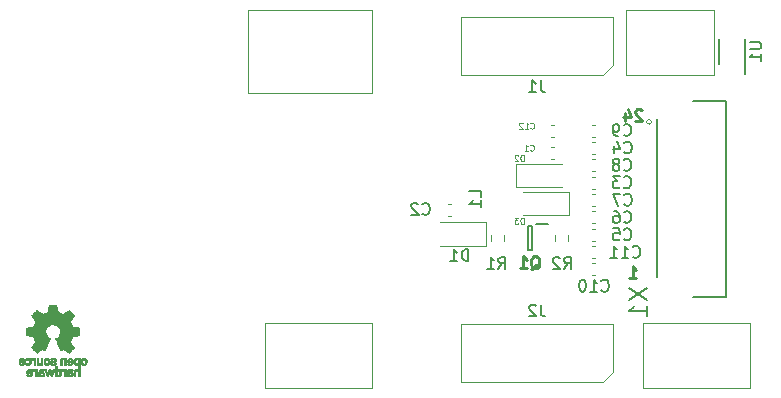
<source format=gbr>
%TF.GenerationSoftware,KiCad,Pcbnew,5.1.10-88a1d61d58~88~ubuntu20.04.1*%
%TF.CreationDate,2021-07-13T00:32:11+05:30*%
%TF.ProjectId,kimchi-epaper-lid,6b696d63-6869-42d6-9570-617065722d6c,v0.1*%
%TF.SameCoordinates,Original*%
%TF.FileFunction,Legend,Bot*%
%TF.FilePolarity,Positive*%
%FSLAX46Y46*%
G04 Gerber Fmt 4.6, Leading zero omitted, Abs format (unit mm)*
G04 Created by KiCad (PCBNEW 5.1.10-88a1d61d58~88~ubuntu20.04.1) date 2021-07-13 00:32:11*
%MOMM*%
%LPD*%
G01*
G04 APERTURE LIST*
%ADD10C,0.250000*%
%ADD11C,0.100000*%
%ADD12C,0.200000*%
%ADD13C,0.120000*%
%ADD14C,0.150000*%
%ADD15C,0.010000*%
%ADD16C,0.127000*%
%ADD17C,0.125000*%
G04 APERTURE END LIST*
D10*
X161381904Y-102507619D02*
X161334285Y-102460000D01*
X161239047Y-102412380D01*
X161000952Y-102412380D01*
X160905714Y-102460000D01*
X160858095Y-102507619D01*
X160810476Y-102602857D01*
X160810476Y-102698095D01*
X160858095Y-102840952D01*
X161429523Y-103412380D01*
X160810476Y-103412380D01*
X159953333Y-102745714D02*
X159953333Y-103412380D01*
X160191428Y-102364761D02*
X160429523Y-103079047D01*
X159810476Y-103079047D01*
X160334285Y-116692380D02*
X160905714Y-116692380D01*
X160620000Y-116692380D02*
X160620000Y-115692380D01*
X160715238Y-115835238D01*
X160810476Y-115930476D01*
X160905714Y-115978095D01*
D11*
X170500000Y-120500000D02*
X161500000Y-120500000D01*
X170500000Y-126000000D02*
X170500000Y-120500000D01*
X161500000Y-126000000D02*
X170500000Y-126000000D01*
X161500000Y-120500000D02*
X161500000Y-126000000D01*
X138500000Y-120500000D02*
X129500000Y-120500000D01*
X138500000Y-126000000D02*
X138500000Y-120500000D01*
X129500000Y-126000000D02*
X138500000Y-126000000D01*
X129500000Y-120500000D02*
X129500000Y-126000000D01*
X138500000Y-94000000D02*
X128000000Y-94000000D01*
X138500000Y-101000000D02*
X138500000Y-94000000D01*
X128000000Y-101000000D02*
X138500000Y-101000000D01*
X128000000Y-94000000D02*
X128000000Y-101000000D01*
X167500000Y-94000000D02*
X160000000Y-94000000D01*
X167500000Y-99500000D02*
X167500000Y-94000000D01*
X160000000Y-99500000D02*
X167500000Y-99500000D01*
X160000000Y-94000000D02*
X160000000Y-99500000D01*
D12*
X152054500Y-112301939D02*
X151704500Y-112301939D01*
X151704500Y-112301939D02*
X151704500Y-114301939D01*
X151704500Y-114301939D02*
X152054500Y-114301939D01*
X152054500Y-114301939D02*
X152054500Y-112301939D01*
X153454500Y-112151939D02*
X152404500Y-112151939D01*
D13*
X146100000Y-125490000D02*
X158100000Y-125490000D01*
X146100000Y-120610000D02*
X146100000Y-125490000D01*
X158900000Y-120610000D02*
X146100000Y-120610000D01*
X158900000Y-124690000D02*
X158900000Y-120610000D01*
X158100000Y-125490000D02*
X158900000Y-124690000D01*
X146100000Y-99490000D02*
X158100000Y-99490000D01*
X146100000Y-94610000D02*
X146100000Y-99490000D01*
X158900000Y-94610000D02*
X146100000Y-94610000D01*
X158900000Y-98690000D02*
X158900000Y-94610000D01*
X158100000Y-99490000D02*
X158900000Y-98690000D01*
D14*
X167880000Y-98580000D02*
X167880000Y-96420000D01*
X170120000Y-99400000D02*
X170120000Y-96420000D01*
D15*
G36*
X111123036Y-119290018D02*
G01*
X111066188Y-119591570D01*
X110646662Y-119764512D01*
X110395016Y-119593395D01*
X110324542Y-119545750D01*
X110260837Y-119503210D01*
X110206874Y-119467715D01*
X110165627Y-119441210D01*
X110140066Y-119425636D01*
X110133105Y-119422278D01*
X110120565Y-119430914D01*
X110093769Y-119454792D01*
X110055720Y-119490859D01*
X110009421Y-119536067D01*
X109957877Y-119587364D01*
X109904091Y-119641701D01*
X109851065Y-119696028D01*
X109801805Y-119747295D01*
X109759313Y-119792451D01*
X109726593Y-119828446D01*
X109706649Y-119852230D01*
X109701881Y-119860190D01*
X109708743Y-119874865D01*
X109727980Y-119907014D01*
X109757570Y-119953492D01*
X109795490Y-120011156D01*
X109839718Y-120076860D01*
X109865346Y-120114336D01*
X109912059Y-120182768D01*
X109953568Y-120244520D01*
X109987860Y-120296519D01*
X110012920Y-120335692D01*
X110026736Y-120358965D01*
X110028812Y-120363855D01*
X110024105Y-120377755D01*
X110011277Y-120410150D01*
X109992262Y-120456485D01*
X109968997Y-120512206D01*
X109943416Y-120572758D01*
X109917455Y-120633586D01*
X109893050Y-120690136D01*
X109872137Y-120737852D01*
X109856651Y-120772181D01*
X109848528Y-120788568D01*
X109848048Y-120789212D01*
X109835293Y-120792341D01*
X109801323Y-120799321D01*
X109749660Y-120809467D01*
X109683824Y-120822092D01*
X109607336Y-120836509D01*
X109562710Y-120844823D01*
X109480979Y-120860384D01*
X109407157Y-120875192D01*
X109344979Y-120888436D01*
X109298178Y-120899305D01*
X109270491Y-120906989D01*
X109264926Y-120909427D01*
X109259474Y-120925930D01*
X109255076Y-120963200D01*
X109251728Y-121016880D01*
X109249426Y-121082612D01*
X109248168Y-121156037D01*
X109247952Y-121232796D01*
X109248773Y-121308532D01*
X109250629Y-121378886D01*
X109253518Y-121439500D01*
X109257435Y-121486016D01*
X109262378Y-121514075D01*
X109265343Y-121519916D01*
X109283066Y-121526917D01*
X109320619Y-121536927D01*
X109373036Y-121548769D01*
X109435348Y-121561267D01*
X109457100Y-121565310D01*
X109561976Y-121584520D01*
X109644820Y-121599991D01*
X109708370Y-121612337D01*
X109755363Y-121622173D01*
X109788537Y-121630114D01*
X109810629Y-121636776D01*
X109824376Y-121642773D01*
X109832516Y-121648719D01*
X109833655Y-121649894D01*
X109845023Y-121668826D01*
X109862365Y-121705669D01*
X109883950Y-121755913D01*
X109908046Y-121815046D01*
X109932921Y-121878556D01*
X109956843Y-121941932D01*
X109978081Y-122000662D01*
X109994903Y-122050235D01*
X110005578Y-122086139D01*
X110008373Y-122103862D01*
X110008140Y-122104483D01*
X109998669Y-122118970D01*
X109977182Y-122150844D01*
X109945937Y-122196789D01*
X109907193Y-122253485D01*
X109863207Y-122317617D01*
X109850681Y-122335842D01*
X109806016Y-122401914D01*
X109766712Y-122462200D01*
X109734912Y-122513235D01*
X109712755Y-122551560D01*
X109702383Y-122573711D01*
X109701881Y-122576432D01*
X109710595Y-122590736D01*
X109734675Y-122619072D01*
X109771024Y-122658396D01*
X109816547Y-122705661D01*
X109868148Y-122757823D01*
X109922733Y-122811835D01*
X109977206Y-122864653D01*
X110028471Y-122913231D01*
X110073433Y-122954523D01*
X110108996Y-122985485D01*
X110132065Y-123003070D01*
X110138446Y-123005941D01*
X110153301Y-122999178D01*
X110183714Y-122980939D01*
X110224732Y-122954297D01*
X110256291Y-122932852D01*
X110313475Y-122893503D01*
X110381194Y-122847171D01*
X110449120Y-122800913D01*
X110485639Y-122776155D01*
X110609248Y-122692547D01*
X110713009Y-122748650D01*
X110760280Y-122773228D01*
X110800477Y-122792331D01*
X110827674Y-122803227D01*
X110834598Y-122804743D01*
X110842923Y-122793549D01*
X110859346Y-122761917D01*
X110882643Y-122712765D01*
X110911586Y-122649010D01*
X110944950Y-122573571D01*
X110981509Y-122489364D01*
X111020036Y-122399308D01*
X111059306Y-122306321D01*
X111098092Y-122213320D01*
X111135170Y-122123223D01*
X111169311Y-122038948D01*
X111199292Y-121963413D01*
X111223884Y-121899534D01*
X111241864Y-121850231D01*
X111252003Y-121818421D01*
X111253634Y-121807496D01*
X111240709Y-121793561D01*
X111212411Y-121770940D01*
X111174654Y-121744333D01*
X111171485Y-121742228D01*
X111073900Y-121664114D01*
X110995214Y-121572982D01*
X110936109Y-121471745D01*
X110897268Y-121363318D01*
X110879372Y-121250614D01*
X110883103Y-121136548D01*
X110909143Y-121024034D01*
X110958175Y-120915985D01*
X110972600Y-120892345D01*
X111047631Y-120796887D01*
X111136270Y-120720232D01*
X111235451Y-120662780D01*
X111342105Y-120624929D01*
X111453164Y-120607078D01*
X111565561Y-120609625D01*
X111676227Y-120632970D01*
X111782094Y-120677510D01*
X111880095Y-120743645D01*
X111910410Y-120770487D01*
X111987562Y-120854512D01*
X112043782Y-120942966D01*
X112082347Y-121042115D01*
X112103826Y-121140303D01*
X112109128Y-121250697D01*
X112091448Y-121361640D01*
X112052581Y-121469381D01*
X111994323Y-121570169D01*
X111918469Y-121660256D01*
X111826817Y-121735892D01*
X111814772Y-121743864D01*
X111776611Y-121769974D01*
X111747601Y-121792595D01*
X111733732Y-121807039D01*
X111733531Y-121807496D01*
X111736508Y-121823121D01*
X111748311Y-121858582D01*
X111767714Y-121910962D01*
X111793488Y-121977345D01*
X111824409Y-122054814D01*
X111859249Y-122140450D01*
X111896783Y-122231337D01*
X111935783Y-122324559D01*
X111975023Y-122417197D01*
X112013276Y-122506335D01*
X112049317Y-122589055D01*
X112081917Y-122662441D01*
X112109852Y-122723575D01*
X112131895Y-122769541D01*
X112146818Y-122797421D01*
X112152828Y-122804743D01*
X112171191Y-122799041D01*
X112205552Y-122783749D01*
X112249984Y-122761599D01*
X112274417Y-122748650D01*
X112378178Y-122692547D01*
X112501787Y-122776155D01*
X112564886Y-122818987D01*
X112633970Y-122866122D01*
X112698707Y-122910503D01*
X112731134Y-122932852D01*
X112776741Y-122963477D01*
X112815360Y-122987747D01*
X112841952Y-123002587D01*
X112850590Y-123005724D01*
X112863161Y-122997261D01*
X112890984Y-122973636D01*
X112931361Y-122937302D01*
X112981595Y-122890711D01*
X113038988Y-122836317D01*
X113075286Y-122801392D01*
X113138790Y-122738996D01*
X113193673Y-122683188D01*
X113237714Y-122636354D01*
X113268695Y-122600882D01*
X113284398Y-122579161D01*
X113285905Y-122574752D01*
X113278914Y-122557985D01*
X113259594Y-122524082D01*
X113230091Y-122476476D01*
X113192545Y-122418599D01*
X113149100Y-122353884D01*
X113136745Y-122335842D01*
X113091727Y-122270267D01*
X113051340Y-122211228D01*
X113017840Y-122162042D01*
X112993486Y-122126028D01*
X112980536Y-122106502D01*
X112979285Y-122104483D01*
X112981156Y-122088922D01*
X112991087Y-122054709D01*
X113007347Y-122006355D01*
X113028205Y-121948371D01*
X113051927Y-121885270D01*
X113076784Y-121821563D01*
X113101042Y-121761761D01*
X113122971Y-121710376D01*
X113140838Y-121671919D01*
X113152913Y-121650902D01*
X113153771Y-121649894D01*
X113161154Y-121643888D01*
X113173625Y-121637948D01*
X113193920Y-121631460D01*
X113224778Y-121623809D01*
X113268934Y-121614380D01*
X113329126Y-121602559D01*
X113408093Y-121587729D01*
X113508570Y-121569277D01*
X113530325Y-121565310D01*
X113594802Y-121552853D01*
X113651011Y-121540666D01*
X113693987Y-121529926D01*
X113718760Y-121521809D01*
X113722082Y-121519916D01*
X113727556Y-121503138D01*
X113732006Y-121465645D01*
X113735428Y-121411794D01*
X113737819Y-121345944D01*
X113739177Y-121272453D01*
X113739499Y-121195680D01*
X113738781Y-121119983D01*
X113737021Y-121049720D01*
X113734216Y-120989250D01*
X113730362Y-120942930D01*
X113725457Y-120915119D01*
X113722500Y-120909427D01*
X113706037Y-120903686D01*
X113668551Y-120894345D01*
X113613775Y-120882215D01*
X113545445Y-120868107D01*
X113467294Y-120852830D01*
X113424716Y-120844823D01*
X113343929Y-120829721D01*
X113271887Y-120816040D01*
X113212111Y-120804467D01*
X113168121Y-120795687D01*
X113143439Y-120790387D01*
X113139377Y-120789212D01*
X113132511Y-120775965D01*
X113117998Y-120744057D01*
X113097771Y-120698047D01*
X113073766Y-120642492D01*
X113047918Y-120581953D01*
X113022160Y-120520986D01*
X112998427Y-120464151D01*
X112978654Y-120416006D01*
X112964776Y-120381110D01*
X112958726Y-120364021D01*
X112958614Y-120363274D01*
X112965472Y-120349793D01*
X112984698Y-120318770D01*
X113014272Y-120273289D01*
X113052173Y-120216432D01*
X113096380Y-120151283D01*
X113122079Y-120113862D01*
X113168907Y-120045247D01*
X113210499Y-119982952D01*
X113244825Y-119930129D01*
X113269857Y-119889927D01*
X113283565Y-119865500D01*
X113285544Y-119860024D01*
X113277034Y-119847278D01*
X113253507Y-119820063D01*
X113217968Y-119781428D01*
X113173423Y-119734423D01*
X113122877Y-119682095D01*
X113069336Y-119627495D01*
X113015805Y-119573670D01*
X112965289Y-119523670D01*
X112920794Y-119480543D01*
X112885325Y-119447339D01*
X112861887Y-119427106D01*
X112854046Y-119422278D01*
X112841280Y-119429067D01*
X112810744Y-119448142D01*
X112765410Y-119477561D01*
X112708244Y-119515381D01*
X112642216Y-119559661D01*
X112592410Y-119593395D01*
X112340764Y-119764512D01*
X112131001Y-119678041D01*
X111921237Y-119591570D01*
X111864389Y-119290018D01*
X111807540Y-118988466D01*
X111179885Y-118988466D01*
X111123036Y-119290018D01*
G37*
X111123036Y-119290018D02*
X111066188Y-119591570D01*
X110646662Y-119764512D01*
X110395016Y-119593395D01*
X110324542Y-119545750D01*
X110260837Y-119503210D01*
X110206874Y-119467715D01*
X110165627Y-119441210D01*
X110140066Y-119425636D01*
X110133105Y-119422278D01*
X110120565Y-119430914D01*
X110093769Y-119454792D01*
X110055720Y-119490859D01*
X110009421Y-119536067D01*
X109957877Y-119587364D01*
X109904091Y-119641701D01*
X109851065Y-119696028D01*
X109801805Y-119747295D01*
X109759313Y-119792451D01*
X109726593Y-119828446D01*
X109706649Y-119852230D01*
X109701881Y-119860190D01*
X109708743Y-119874865D01*
X109727980Y-119907014D01*
X109757570Y-119953492D01*
X109795490Y-120011156D01*
X109839718Y-120076860D01*
X109865346Y-120114336D01*
X109912059Y-120182768D01*
X109953568Y-120244520D01*
X109987860Y-120296519D01*
X110012920Y-120335692D01*
X110026736Y-120358965D01*
X110028812Y-120363855D01*
X110024105Y-120377755D01*
X110011277Y-120410150D01*
X109992262Y-120456485D01*
X109968997Y-120512206D01*
X109943416Y-120572758D01*
X109917455Y-120633586D01*
X109893050Y-120690136D01*
X109872137Y-120737852D01*
X109856651Y-120772181D01*
X109848528Y-120788568D01*
X109848048Y-120789212D01*
X109835293Y-120792341D01*
X109801323Y-120799321D01*
X109749660Y-120809467D01*
X109683824Y-120822092D01*
X109607336Y-120836509D01*
X109562710Y-120844823D01*
X109480979Y-120860384D01*
X109407157Y-120875192D01*
X109344979Y-120888436D01*
X109298178Y-120899305D01*
X109270491Y-120906989D01*
X109264926Y-120909427D01*
X109259474Y-120925930D01*
X109255076Y-120963200D01*
X109251728Y-121016880D01*
X109249426Y-121082612D01*
X109248168Y-121156037D01*
X109247952Y-121232796D01*
X109248773Y-121308532D01*
X109250629Y-121378886D01*
X109253518Y-121439500D01*
X109257435Y-121486016D01*
X109262378Y-121514075D01*
X109265343Y-121519916D01*
X109283066Y-121526917D01*
X109320619Y-121536927D01*
X109373036Y-121548769D01*
X109435348Y-121561267D01*
X109457100Y-121565310D01*
X109561976Y-121584520D01*
X109644820Y-121599991D01*
X109708370Y-121612337D01*
X109755363Y-121622173D01*
X109788537Y-121630114D01*
X109810629Y-121636776D01*
X109824376Y-121642773D01*
X109832516Y-121648719D01*
X109833655Y-121649894D01*
X109845023Y-121668826D01*
X109862365Y-121705669D01*
X109883950Y-121755913D01*
X109908046Y-121815046D01*
X109932921Y-121878556D01*
X109956843Y-121941932D01*
X109978081Y-122000662D01*
X109994903Y-122050235D01*
X110005578Y-122086139D01*
X110008373Y-122103862D01*
X110008140Y-122104483D01*
X109998669Y-122118970D01*
X109977182Y-122150844D01*
X109945937Y-122196789D01*
X109907193Y-122253485D01*
X109863207Y-122317617D01*
X109850681Y-122335842D01*
X109806016Y-122401914D01*
X109766712Y-122462200D01*
X109734912Y-122513235D01*
X109712755Y-122551560D01*
X109702383Y-122573711D01*
X109701881Y-122576432D01*
X109710595Y-122590736D01*
X109734675Y-122619072D01*
X109771024Y-122658396D01*
X109816547Y-122705661D01*
X109868148Y-122757823D01*
X109922733Y-122811835D01*
X109977206Y-122864653D01*
X110028471Y-122913231D01*
X110073433Y-122954523D01*
X110108996Y-122985485D01*
X110132065Y-123003070D01*
X110138446Y-123005941D01*
X110153301Y-122999178D01*
X110183714Y-122980939D01*
X110224732Y-122954297D01*
X110256291Y-122932852D01*
X110313475Y-122893503D01*
X110381194Y-122847171D01*
X110449120Y-122800913D01*
X110485639Y-122776155D01*
X110609248Y-122692547D01*
X110713009Y-122748650D01*
X110760280Y-122773228D01*
X110800477Y-122792331D01*
X110827674Y-122803227D01*
X110834598Y-122804743D01*
X110842923Y-122793549D01*
X110859346Y-122761917D01*
X110882643Y-122712765D01*
X110911586Y-122649010D01*
X110944950Y-122573571D01*
X110981509Y-122489364D01*
X111020036Y-122399308D01*
X111059306Y-122306321D01*
X111098092Y-122213320D01*
X111135170Y-122123223D01*
X111169311Y-122038948D01*
X111199292Y-121963413D01*
X111223884Y-121899534D01*
X111241864Y-121850231D01*
X111252003Y-121818421D01*
X111253634Y-121807496D01*
X111240709Y-121793561D01*
X111212411Y-121770940D01*
X111174654Y-121744333D01*
X111171485Y-121742228D01*
X111073900Y-121664114D01*
X110995214Y-121572982D01*
X110936109Y-121471745D01*
X110897268Y-121363318D01*
X110879372Y-121250614D01*
X110883103Y-121136548D01*
X110909143Y-121024034D01*
X110958175Y-120915985D01*
X110972600Y-120892345D01*
X111047631Y-120796887D01*
X111136270Y-120720232D01*
X111235451Y-120662780D01*
X111342105Y-120624929D01*
X111453164Y-120607078D01*
X111565561Y-120609625D01*
X111676227Y-120632970D01*
X111782094Y-120677510D01*
X111880095Y-120743645D01*
X111910410Y-120770487D01*
X111987562Y-120854512D01*
X112043782Y-120942966D01*
X112082347Y-121042115D01*
X112103826Y-121140303D01*
X112109128Y-121250697D01*
X112091448Y-121361640D01*
X112052581Y-121469381D01*
X111994323Y-121570169D01*
X111918469Y-121660256D01*
X111826817Y-121735892D01*
X111814772Y-121743864D01*
X111776611Y-121769974D01*
X111747601Y-121792595D01*
X111733732Y-121807039D01*
X111733531Y-121807496D01*
X111736508Y-121823121D01*
X111748311Y-121858582D01*
X111767714Y-121910962D01*
X111793488Y-121977345D01*
X111824409Y-122054814D01*
X111859249Y-122140450D01*
X111896783Y-122231337D01*
X111935783Y-122324559D01*
X111975023Y-122417197D01*
X112013276Y-122506335D01*
X112049317Y-122589055D01*
X112081917Y-122662441D01*
X112109852Y-122723575D01*
X112131895Y-122769541D01*
X112146818Y-122797421D01*
X112152828Y-122804743D01*
X112171191Y-122799041D01*
X112205552Y-122783749D01*
X112249984Y-122761599D01*
X112274417Y-122748650D01*
X112378178Y-122692547D01*
X112501787Y-122776155D01*
X112564886Y-122818987D01*
X112633970Y-122866122D01*
X112698707Y-122910503D01*
X112731134Y-122932852D01*
X112776741Y-122963477D01*
X112815360Y-122987747D01*
X112841952Y-123002587D01*
X112850590Y-123005724D01*
X112863161Y-122997261D01*
X112890984Y-122973636D01*
X112931361Y-122937302D01*
X112981595Y-122890711D01*
X113038988Y-122836317D01*
X113075286Y-122801392D01*
X113138790Y-122738996D01*
X113193673Y-122683188D01*
X113237714Y-122636354D01*
X113268695Y-122600882D01*
X113284398Y-122579161D01*
X113285905Y-122574752D01*
X113278914Y-122557985D01*
X113259594Y-122524082D01*
X113230091Y-122476476D01*
X113192545Y-122418599D01*
X113149100Y-122353884D01*
X113136745Y-122335842D01*
X113091727Y-122270267D01*
X113051340Y-122211228D01*
X113017840Y-122162042D01*
X112993486Y-122126028D01*
X112980536Y-122106502D01*
X112979285Y-122104483D01*
X112981156Y-122088922D01*
X112991087Y-122054709D01*
X113007347Y-122006355D01*
X113028205Y-121948371D01*
X113051927Y-121885270D01*
X113076784Y-121821563D01*
X113101042Y-121761761D01*
X113122971Y-121710376D01*
X113140838Y-121671919D01*
X113152913Y-121650902D01*
X113153771Y-121649894D01*
X113161154Y-121643888D01*
X113173625Y-121637948D01*
X113193920Y-121631460D01*
X113224778Y-121623809D01*
X113268934Y-121614380D01*
X113329126Y-121602559D01*
X113408093Y-121587729D01*
X113508570Y-121569277D01*
X113530325Y-121565310D01*
X113594802Y-121552853D01*
X113651011Y-121540666D01*
X113693987Y-121529926D01*
X113718760Y-121521809D01*
X113722082Y-121519916D01*
X113727556Y-121503138D01*
X113732006Y-121465645D01*
X113735428Y-121411794D01*
X113737819Y-121345944D01*
X113739177Y-121272453D01*
X113739499Y-121195680D01*
X113738781Y-121119983D01*
X113737021Y-121049720D01*
X113734216Y-120989250D01*
X113730362Y-120942930D01*
X113725457Y-120915119D01*
X113722500Y-120909427D01*
X113706037Y-120903686D01*
X113668551Y-120894345D01*
X113613775Y-120882215D01*
X113545445Y-120868107D01*
X113467294Y-120852830D01*
X113424716Y-120844823D01*
X113343929Y-120829721D01*
X113271887Y-120816040D01*
X113212111Y-120804467D01*
X113168121Y-120795687D01*
X113143439Y-120790387D01*
X113139377Y-120789212D01*
X113132511Y-120775965D01*
X113117998Y-120744057D01*
X113097771Y-120698047D01*
X113073766Y-120642492D01*
X113047918Y-120581953D01*
X113022160Y-120520986D01*
X112998427Y-120464151D01*
X112978654Y-120416006D01*
X112964776Y-120381110D01*
X112958726Y-120364021D01*
X112958614Y-120363274D01*
X112965472Y-120349793D01*
X112984698Y-120318770D01*
X113014272Y-120273289D01*
X113052173Y-120216432D01*
X113096380Y-120151283D01*
X113122079Y-120113862D01*
X113168907Y-120045247D01*
X113210499Y-119982952D01*
X113244825Y-119930129D01*
X113269857Y-119889927D01*
X113283565Y-119865500D01*
X113285544Y-119860024D01*
X113277034Y-119847278D01*
X113253507Y-119820063D01*
X113217968Y-119781428D01*
X113173423Y-119734423D01*
X113122877Y-119682095D01*
X113069336Y-119627495D01*
X113015805Y-119573670D01*
X112965289Y-119523670D01*
X112920794Y-119480543D01*
X112885325Y-119447339D01*
X112861887Y-119427106D01*
X112854046Y-119422278D01*
X112841280Y-119429067D01*
X112810744Y-119448142D01*
X112765410Y-119477561D01*
X112708244Y-119515381D01*
X112642216Y-119559661D01*
X112592410Y-119593395D01*
X112340764Y-119764512D01*
X112131001Y-119678041D01*
X111921237Y-119591570D01*
X111864389Y-119290018D01*
X111807540Y-118988466D01*
X111179885Y-118988466D01*
X111123036Y-119290018D01*
G36*
X109700540Y-123458030D02*
G01*
X109657289Y-123471245D01*
X109629442Y-123487941D01*
X109620371Y-123501145D01*
X109622868Y-123516797D01*
X109639069Y-123541385D01*
X109652768Y-123558800D01*
X109681008Y-123590283D01*
X109702225Y-123603529D01*
X109720312Y-123602664D01*
X109773965Y-123589010D01*
X109813370Y-123589630D01*
X109845368Y-123605104D01*
X109856110Y-123614161D01*
X109890495Y-123646027D01*
X109890495Y-124062179D01*
X110028812Y-124062179D01*
X110028812Y-123458614D01*
X109959653Y-123458614D01*
X109918131Y-123460256D01*
X109896709Y-123466087D01*
X109890498Y-123477461D01*
X109890495Y-123477798D01*
X109887561Y-123489713D01*
X109874296Y-123488159D01*
X109855916Y-123479563D01*
X109817954Y-123463568D01*
X109787128Y-123453945D01*
X109747464Y-123451478D01*
X109700540Y-123458030D01*
G37*
X109700540Y-123458030D02*
X109657289Y-123471245D01*
X109629442Y-123487941D01*
X109620371Y-123501145D01*
X109622868Y-123516797D01*
X109639069Y-123541385D01*
X109652768Y-123558800D01*
X109681008Y-123590283D01*
X109702225Y-123603529D01*
X109720312Y-123602664D01*
X109773965Y-123589010D01*
X109813370Y-123589630D01*
X109845368Y-123605104D01*
X109856110Y-123614161D01*
X109890495Y-123646027D01*
X109890495Y-124062179D01*
X110028812Y-124062179D01*
X110028812Y-123458614D01*
X109959653Y-123458614D01*
X109918131Y-123460256D01*
X109896709Y-123466087D01*
X109890498Y-123477461D01*
X109890495Y-123477798D01*
X109887561Y-123489713D01*
X109874296Y-123488159D01*
X109855916Y-123479563D01*
X109817954Y-123463568D01*
X109787128Y-123453945D01*
X109747464Y-123451478D01*
X109700540Y-123458030D01*
G36*
X112254012Y-123469002D02*
G01*
X112222717Y-123483950D01*
X112192409Y-123505541D01*
X112169318Y-123530391D01*
X112152500Y-123562087D01*
X112141006Y-123604214D01*
X112133891Y-123660358D01*
X112130207Y-123734106D01*
X112129008Y-123829044D01*
X112128989Y-123838985D01*
X112128713Y-124062179D01*
X112267030Y-124062179D01*
X112267030Y-123856418D01*
X112267128Y-123780189D01*
X112267809Y-123724939D01*
X112269651Y-123686501D01*
X112273233Y-123660706D01*
X112279132Y-123643384D01*
X112287927Y-123630368D01*
X112300180Y-123617507D01*
X112343047Y-123589873D01*
X112389843Y-123584745D01*
X112434424Y-123602217D01*
X112449928Y-123615221D01*
X112461310Y-123627447D01*
X112469481Y-123640540D01*
X112474974Y-123658615D01*
X112478320Y-123685787D01*
X112480051Y-123726170D01*
X112480697Y-123783879D01*
X112480792Y-123854132D01*
X112480792Y-124062179D01*
X112619109Y-124062179D01*
X112619109Y-123458614D01*
X112549950Y-123458614D01*
X112508428Y-123460256D01*
X112487006Y-123466087D01*
X112480795Y-123477461D01*
X112480792Y-123477798D01*
X112477910Y-123488938D01*
X112465199Y-123487674D01*
X112439926Y-123475434D01*
X112382605Y-123457424D01*
X112317037Y-123455421D01*
X112254012Y-123469002D01*
G37*
X112254012Y-123469002D02*
X112222717Y-123483950D01*
X112192409Y-123505541D01*
X112169318Y-123530391D01*
X112152500Y-123562087D01*
X112141006Y-123604214D01*
X112133891Y-123660358D01*
X112130207Y-123734106D01*
X112129008Y-123829044D01*
X112128989Y-123838985D01*
X112128713Y-124062179D01*
X112267030Y-124062179D01*
X112267030Y-123856418D01*
X112267128Y-123780189D01*
X112267809Y-123724939D01*
X112269651Y-123686501D01*
X112273233Y-123660706D01*
X112279132Y-123643384D01*
X112287927Y-123630368D01*
X112300180Y-123617507D01*
X112343047Y-123589873D01*
X112389843Y-123584745D01*
X112434424Y-123602217D01*
X112449928Y-123615221D01*
X112461310Y-123627447D01*
X112469481Y-123640540D01*
X112474974Y-123658615D01*
X112478320Y-123685787D01*
X112480051Y-123726170D01*
X112480697Y-123783879D01*
X112480792Y-123854132D01*
X112480792Y-124062179D01*
X112619109Y-124062179D01*
X112619109Y-123458614D01*
X112549950Y-123458614D01*
X112508428Y-123460256D01*
X112487006Y-123466087D01*
X112480795Y-123477461D01*
X112480792Y-123477798D01*
X112477910Y-123488938D01*
X112465199Y-123487674D01*
X112439926Y-123475434D01*
X112382605Y-123457424D01*
X112317037Y-123455421D01*
X112254012Y-123469002D01*
G36*
X108822102Y-123456457D02*
G01*
X108789904Y-123464279D01*
X108728175Y-123492921D01*
X108675390Y-123536667D01*
X108638859Y-123589117D01*
X108633840Y-123600893D01*
X108626955Y-123631740D01*
X108622136Y-123677371D01*
X108620495Y-123723492D01*
X108620495Y-123810693D01*
X108802822Y-123810693D01*
X108878021Y-123810978D01*
X108930997Y-123812704D01*
X108964675Y-123817181D01*
X108981980Y-123825720D01*
X108985837Y-123839630D01*
X108979171Y-123860222D01*
X108967230Y-123884315D01*
X108933920Y-123924525D01*
X108887632Y-123944558D01*
X108831056Y-123943905D01*
X108766969Y-123922101D01*
X108711583Y-123895193D01*
X108665625Y-123931532D01*
X108619667Y-123967872D01*
X108662904Y-124007819D01*
X108720626Y-124045563D01*
X108791614Y-124068320D01*
X108867971Y-124074688D01*
X108941801Y-124063268D01*
X108953713Y-124059393D01*
X109018601Y-124025506D01*
X109066870Y-123974986D01*
X109099535Y-123906325D01*
X109117615Y-123818014D01*
X109117825Y-123816121D01*
X109119444Y-123719878D01*
X109112900Y-123685542D01*
X108985148Y-123685542D01*
X108973416Y-123690822D01*
X108941562Y-123694867D01*
X108894603Y-123697176D01*
X108864846Y-123697525D01*
X108809352Y-123697306D01*
X108774654Y-123695916D01*
X108756399Y-123692251D01*
X108750234Y-123685210D01*
X108751805Y-123673690D01*
X108753122Y-123669233D01*
X108775618Y-123627355D01*
X108810997Y-123593604D01*
X108842220Y-123578773D01*
X108883699Y-123579668D01*
X108925731Y-123598164D01*
X108960988Y-123628786D01*
X108982146Y-123666062D01*
X108985148Y-123685542D01*
X109112900Y-123685542D01*
X109103310Y-123635229D01*
X109071302Y-123564191D01*
X109025299Y-123508779D01*
X108967179Y-123471009D01*
X108898820Y-123452896D01*
X108822102Y-123456457D01*
G37*
X108822102Y-123456457D02*
X108789904Y-123464279D01*
X108728175Y-123492921D01*
X108675390Y-123536667D01*
X108638859Y-123589117D01*
X108633840Y-123600893D01*
X108626955Y-123631740D01*
X108622136Y-123677371D01*
X108620495Y-123723492D01*
X108620495Y-123810693D01*
X108802822Y-123810693D01*
X108878021Y-123810978D01*
X108930997Y-123812704D01*
X108964675Y-123817181D01*
X108981980Y-123825720D01*
X108985837Y-123839630D01*
X108979171Y-123860222D01*
X108967230Y-123884315D01*
X108933920Y-123924525D01*
X108887632Y-123944558D01*
X108831056Y-123943905D01*
X108766969Y-123922101D01*
X108711583Y-123895193D01*
X108665625Y-123931532D01*
X108619667Y-123967872D01*
X108662904Y-124007819D01*
X108720626Y-124045563D01*
X108791614Y-124068320D01*
X108867971Y-124074688D01*
X108941801Y-124063268D01*
X108953713Y-124059393D01*
X109018601Y-124025506D01*
X109066870Y-123974986D01*
X109099535Y-123906325D01*
X109117615Y-123818014D01*
X109117825Y-123816121D01*
X109119444Y-123719878D01*
X109112900Y-123685542D01*
X108985148Y-123685542D01*
X108973416Y-123690822D01*
X108941562Y-123694867D01*
X108894603Y-123697176D01*
X108864846Y-123697525D01*
X108809352Y-123697306D01*
X108774654Y-123695916D01*
X108756399Y-123692251D01*
X108750234Y-123685210D01*
X108751805Y-123673690D01*
X108753122Y-123669233D01*
X108775618Y-123627355D01*
X108810997Y-123593604D01*
X108842220Y-123578773D01*
X108883699Y-123579668D01*
X108925731Y-123598164D01*
X108960988Y-123628786D01*
X108982146Y-123666062D01*
X108985148Y-123685542D01*
X109112900Y-123685542D01*
X109103310Y-123635229D01*
X109071302Y-123564191D01*
X109025299Y-123508779D01*
X108967179Y-123471009D01*
X108898820Y-123452896D01*
X108822102Y-123456457D01*
G36*
X109282774Y-123463880D02*
G01*
X109209920Y-123494830D01*
X109186973Y-123509895D01*
X109157646Y-123533048D01*
X109139236Y-123551253D01*
X109136039Y-123557183D01*
X109145065Y-123570340D01*
X109168163Y-123592667D01*
X109186656Y-123608250D01*
X109237272Y-123648926D01*
X109277240Y-123615295D01*
X109308126Y-123593584D01*
X109338241Y-123586090D01*
X109372708Y-123587920D01*
X109427439Y-123601528D01*
X109465114Y-123629772D01*
X109488009Y-123675433D01*
X109498403Y-123741289D01*
X109498405Y-123741331D01*
X109497506Y-123814939D01*
X109483537Y-123868946D01*
X109455672Y-123905716D01*
X109436675Y-123918168D01*
X109386224Y-123933673D01*
X109332337Y-123933683D01*
X109285454Y-123918638D01*
X109274356Y-123911287D01*
X109246524Y-123892511D01*
X109224764Y-123889434D01*
X109201296Y-123903409D01*
X109175351Y-123928510D01*
X109134284Y-123970880D01*
X109179879Y-124008464D01*
X109250326Y-124050882D01*
X109329767Y-124071785D01*
X109412785Y-124070272D01*
X109467306Y-124056411D01*
X109531030Y-124022135D01*
X109581995Y-123968212D01*
X109605149Y-123930149D01*
X109623901Y-123875536D01*
X109633285Y-123806369D01*
X109633357Y-123731407D01*
X109624176Y-123659409D01*
X109605801Y-123599137D01*
X109602907Y-123592958D01*
X109560048Y-123532351D01*
X109502021Y-123488224D01*
X109433409Y-123461493D01*
X109358799Y-123453073D01*
X109282774Y-123463880D01*
G37*
X109282774Y-123463880D02*
X109209920Y-123494830D01*
X109186973Y-123509895D01*
X109157646Y-123533048D01*
X109139236Y-123551253D01*
X109136039Y-123557183D01*
X109145065Y-123570340D01*
X109168163Y-123592667D01*
X109186656Y-123608250D01*
X109237272Y-123648926D01*
X109277240Y-123615295D01*
X109308126Y-123593584D01*
X109338241Y-123586090D01*
X109372708Y-123587920D01*
X109427439Y-123601528D01*
X109465114Y-123629772D01*
X109488009Y-123675433D01*
X109498403Y-123741289D01*
X109498405Y-123741331D01*
X109497506Y-123814939D01*
X109483537Y-123868946D01*
X109455672Y-123905716D01*
X109436675Y-123918168D01*
X109386224Y-123933673D01*
X109332337Y-123933683D01*
X109285454Y-123918638D01*
X109274356Y-123911287D01*
X109246524Y-123892511D01*
X109224764Y-123889434D01*
X109201296Y-123903409D01*
X109175351Y-123928510D01*
X109134284Y-123970880D01*
X109179879Y-124008464D01*
X109250326Y-124050882D01*
X109329767Y-124071785D01*
X109412785Y-124070272D01*
X109467306Y-124056411D01*
X109531030Y-124022135D01*
X109581995Y-123968212D01*
X109605149Y-123930149D01*
X109623901Y-123875536D01*
X109633285Y-123806369D01*
X109633357Y-123731407D01*
X109624176Y-123659409D01*
X109605801Y-123599137D01*
X109602907Y-123592958D01*
X109560048Y-123532351D01*
X109502021Y-123488224D01*
X109433409Y-123461493D01*
X109358799Y-123453073D01*
X109282774Y-123463880D01*
G36*
X110506633Y-123654342D02*
G01*
X110505445Y-123746563D01*
X110501103Y-123816610D01*
X110492442Y-123867381D01*
X110478296Y-123901772D01*
X110457500Y-123922679D01*
X110428890Y-123933000D01*
X110393465Y-123935636D01*
X110356364Y-123932682D01*
X110328182Y-123921889D01*
X110307757Y-123900360D01*
X110293921Y-123865199D01*
X110285509Y-123813510D01*
X110281357Y-123742394D01*
X110280297Y-123654342D01*
X110280297Y-123458614D01*
X110141980Y-123458614D01*
X110141980Y-124062179D01*
X110211138Y-124062179D01*
X110252830Y-124060489D01*
X110274299Y-124054556D01*
X110280297Y-124043293D01*
X110283909Y-124033261D01*
X110298286Y-124035383D01*
X110327264Y-124049580D01*
X110393681Y-124071480D01*
X110464125Y-124069928D01*
X110531623Y-124046147D01*
X110563767Y-124027362D01*
X110588285Y-124007022D01*
X110606196Y-123981573D01*
X110618521Y-123947458D01*
X110626277Y-123901121D01*
X110630484Y-123839007D01*
X110632160Y-123757561D01*
X110632376Y-123694578D01*
X110632376Y-123458614D01*
X110506633Y-123458614D01*
X110506633Y-123654342D01*
G37*
X110506633Y-123654342D02*
X110505445Y-123746563D01*
X110501103Y-123816610D01*
X110492442Y-123867381D01*
X110478296Y-123901772D01*
X110457500Y-123922679D01*
X110428890Y-123933000D01*
X110393465Y-123935636D01*
X110356364Y-123932682D01*
X110328182Y-123921889D01*
X110307757Y-123900360D01*
X110293921Y-123865199D01*
X110285509Y-123813510D01*
X110281357Y-123742394D01*
X110280297Y-123654342D01*
X110280297Y-123458614D01*
X110141980Y-123458614D01*
X110141980Y-124062179D01*
X110211138Y-124062179D01*
X110252830Y-124060489D01*
X110274299Y-124054556D01*
X110280297Y-124043293D01*
X110283909Y-124033261D01*
X110298286Y-124035383D01*
X110327264Y-124049580D01*
X110393681Y-124071480D01*
X110464125Y-124069928D01*
X110531623Y-124046147D01*
X110563767Y-124027362D01*
X110588285Y-124007022D01*
X110606196Y-123981573D01*
X110618521Y-123947458D01*
X110626277Y-123901121D01*
X110630484Y-123839007D01*
X110632160Y-123757561D01*
X110632376Y-123694578D01*
X110632376Y-123458614D01*
X110506633Y-123458614D01*
X110506633Y-123654342D01*
G36*
X110889238Y-123466055D02*
G01*
X110825637Y-123500692D01*
X110775877Y-123555372D01*
X110752432Y-123599842D01*
X110742366Y-123639121D01*
X110735844Y-123695116D01*
X110733049Y-123759621D01*
X110734164Y-123824429D01*
X110739374Y-123881334D01*
X110745459Y-123911727D01*
X110765986Y-123953306D01*
X110801537Y-123997468D01*
X110844381Y-124036087D01*
X110886789Y-124061034D01*
X110887823Y-124061430D01*
X110940447Y-124072331D01*
X111002812Y-124072601D01*
X111062076Y-124062676D01*
X111084960Y-124054722D01*
X111143898Y-124021300D01*
X111186110Y-123977511D01*
X111213844Y-123919538D01*
X111229349Y-123843565D01*
X111232857Y-123803771D01*
X111232410Y-123753766D01*
X111097624Y-123753766D01*
X111093083Y-123826732D01*
X111080014Y-123882334D01*
X111059244Y-123917861D01*
X111044448Y-123928020D01*
X111006536Y-123935104D01*
X110961473Y-123933007D01*
X110922513Y-123922812D01*
X110912296Y-123917204D01*
X110885341Y-123884538D01*
X110867549Y-123834545D01*
X110859976Y-123773705D01*
X110863675Y-123708497D01*
X110871943Y-123669253D01*
X110895680Y-123623805D01*
X110933151Y-123595396D01*
X110978280Y-123585573D01*
X111024989Y-123595887D01*
X111060868Y-123621112D01*
X111079723Y-123641925D01*
X111090728Y-123662439D01*
X111095974Y-123690203D01*
X111097551Y-123732762D01*
X111097624Y-123753766D01*
X111232410Y-123753766D01*
X111231906Y-123697580D01*
X111214612Y-123610501D01*
X111180971Y-123542530D01*
X111130982Y-123493664D01*
X111064644Y-123463899D01*
X111050399Y-123460448D01*
X110964790Y-123452345D01*
X110889238Y-123466055D01*
G37*
X110889238Y-123466055D02*
X110825637Y-123500692D01*
X110775877Y-123555372D01*
X110752432Y-123599842D01*
X110742366Y-123639121D01*
X110735844Y-123695116D01*
X110733049Y-123759621D01*
X110734164Y-123824429D01*
X110739374Y-123881334D01*
X110745459Y-123911727D01*
X110765986Y-123953306D01*
X110801537Y-123997468D01*
X110844381Y-124036087D01*
X110886789Y-124061034D01*
X110887823Y-124061430D01*
X110940447Y-124072331D01*
X111002812Y-124072601D01*
X111062076Y-124062676D01*
X111084960Y-124054722D01*
X111143898Y-124021300D01*
X111186110Y-123977511D01*
X111213844Y-123919538D01*
X111229349Y-123843565D01*
X111232857Y-123803771D01*
X111232410Y-123753766D01*
X111097624Y-123753766D01*
X111093083Y-123826732D01*
X111080014Y-123882334D01*
X111059244Y-123917861D01*
X111044448Y-123928020D01*
X111006536Y-123935104D01*
X110961473Y-123933007D01*
X110922513Y-123922812D01*
X110912296Y-123917204D01*
X110885341Y-123884538D01*
X110867549Y-123834545D01*
X110859976Y-123773705D01*
X110863675Y-123708497D01*
X110871943Y-123669253D01*
X110895680Y-123623805D01*
X110933151Y-123595396D01*
X110978280Y-123585573D01*
X111024989Y-123595887D01*
X111060868Y-123621112D01*
X111079723Y-123641925D01*
X111090728Y-123662439D01*
X111095974Y-123690203D01*
X111097551Y-123732762D01*
X111097624Y-123753766D01*
X111232410Y-123753766D01*
X111231906Y-123697580D01*
X111214612Y-123610501D01*
X111180971Y-123542530D01*
X111130982Y-123493664D01*
X111064644Y-123463899D01*
X111050399Y-123460448D01*
X110964790Y-123452345D01*
X110889238Y-123466055D01*
G36*
X111485983Y-123456452D02*
G01*
X111438366Y-123465482D01*
X111388966Y-123484370D01*
X111383688Y-123486777D01*
X111346226Y-123506476D01*
X111320283Y-123524781D01*
X111311897Y-123536508D01*
X111319883Y-123555632D01*
X111339280Y-123583850D01*
X111347890Y-123594384D01*
X111383372Y-123635847D01*
X111429115Y-123608858D01*
X111472650Y-123590878D01*
X111522950Y-123581267D01*
X111571188Y-123580660D01*
X111608533Y-123589691D01*
X111617495Y-123595327D01*
X111634563Y-123621171D01*
X111636637Y-123650941D01*
X111623866Y-123674197D01*
X111616312Y-123678708D01*
X111593675Y-123684309D01*
X111553885Y-123690892D01*
X111504834Y-123697183D01*
X111495785Y-123698170D01*
X111417004Y-123711798D01*
X111359864Y-123734946D01*
X111321970Y-123769752D01*
X111300921Y-123818354D01*
X111294365Y-123877718D01*
X111303423Y-123945198D01*
X111332836Y-123998188D01*
X111382722Y-124036783D01*
X111453200Y-124061081D01*
X111531435Y-124070667D01*
X111595234Y-124070552D01*
X111646984Y-124061845D01*
X111682327Y-124049825D01*
X111726983Y-124028880D01*
X111768253Y-124004574D01*
X111782921Y-123993876D01*
X111820643Y-123963084D01*
X111775148Y-123917049D01*
X111729653Y-123871013D01*
X111677928Y-123905243D01*
X111626048Y-123930952D01*
X111570649Y-123944399D01*
X111517395Y-123945818D01*
X111471951Y-123935443D01*
X111439984Y-123913507D01*
X111429662Y-123894998D01*
X111431211Y-123865314D01*
X111456860Y-123842615D01*
X111506540Y-123826940D01*
X111560969Y-123819695D01*
X111644736Y-123805873D01*
X111706967Y-123779796D01*
X111748493Y-123740699D01*
X111770147Y-123687820D01*
X111773147Y-123625126D01*
X111758329Y-123559642D01*
X111724546Y-123510144D01*
X111671495Y-123476408D01*
X111598874Y-123458207D01*
X111545072Y-123454639D01*
X111485983Y-123456452D01*
G37*
X111485983Y-123456452D02*
X111438366Y-123465482D01*
X111388966Y-123484370D01*
X111383688Y-123486777D01*
X111346226Y-123506476D01*
X111320283Y-123524781D01*
X111311897Y-123536508D01*
X111319883Y-123555632D01*
X111339280Y-123583850D01*
X111347890Y-123594384D01*
X111383372Y-123635847D01*
X111429115Y-123608858D01*
X111472650Y-123590878D01*
X111522950Y-123581267D01*
X111571188Y-123580660D01*
X111608533Y-123589691D01*
X111617495Y-123595327D01*
X111634563Y-123621171D01*
X111636637Y-123650941D01*
X111623866Y-123674197D01*
X111616312Y-123678708D01*
X111593675Y-123684309D01*
X111553885Y-123690892D01*
X111504834Y-123697183D01*
X111495785Y-123698170D01*
X111417004Y-123711798D01*
X111359864Y-123734946D01*
X111321970Y-123769752D01*
X111300921Y-123818354D01*
X111294365Y-123877718D01*
X111303423Y-123945198D01*
X111332836Y-123998188D01*
X111382722Y-124036783D01*
X111453200Y-124061081D01*
X111531435Y-124070667D01*
X111595234Y-124070552D01*
X111646984Y-124061845D01*
X111682327Y-124049825D01*
X111726983Y-124028880D01*
X111768253Y-124004574D01*
X111782921Y-123993876D01*
X111820643Y-123963084D01*
X111775148Y-123917049D01*
X111729653Y-123871013D01*
X111677928Y-123905243D01*
X111626048Y-123930952D01*
X111570649Y-123944399D01*
X111517395Y-123945818D01*
X111471951Y-123935443D01*
X111439984Y-123913507D01*
X111429662Y-123894998D01*
X111431211Y-123865314D01*
X111456860Y-123842615D01*
X111506540Y-123826940D01*
X111560969Y-123819695D01*
X111644736Y-123805873D01*
X111706967Y-123779796D01*
X111748493Y-123740699D01*
X111770147Y-123687820D01*
X111773147Y-123625126D01*
X111758329Y-123559642D01*
X111724546Y-123510144D01*
X111671495Y-123476408D01*
X111598874Y-123458207D01*
X111545072Y-123454639D01*
X111485983Y-123456452D01*
G36*
X112856699Y-123472614D02*
G01*
X112844168Y-123478514D01*
X112800799Y-123510283D01*
X112759790Y-123556646D01*
X112729168Y-123607696D01*
X112720459Y-123631166D01*
X112712512Y-123673091D01*
X112707774Y-123723757D01*
X112707199Y-123744679D01*
X112707129Y-123810693D01*
X113087083Y-123810693D01*
X113078983Y-123845273D01*
X113059104Y-123886170D01*
X113024347Y-123921514D01*
X112982998Y-123944282D01*
X112956649Y-123949010D01*
X112920916Y-123943273D01*
X112878282Y-123928882D01*
X112863799Y-123922262D01*
X112810240Y-123895513D01*
X112764533Y-123930376D01*
X112738158Y-123953955D01*
X112724124Y-123973417D01*
X112723414Y-123979129D01*
X112735951Y-123992973D01*
X112763428Y-124014012D01*
X112788366Y-124030425D01*
X112855664Y-124059930D01*
X112931110Y-124073284D01*
X113005888Y-124069812D01*
X113065495Y-124051663D01*
X113126941Y-124012784D01*
X113170608Y-123961595D01*
X113197926Y-123895367D01*
X113210322Y-123811371D01*
X113211421Y-123772936D01*
X113207022Y-123684861D01*
X113206482Y-123682299D01*
X113080582Y-123682299D01*
X113077115Y-123690558D01*
X113062863Y-123695113D01*
X113033470Y-123697065D01*
X112984575Y-123697517D01*
X112965748Y-123697525D01*
X112908467Y-123696843D01*
X112872141Y-123694364D01*
X112852604Y-123689443D01*
X112845690Y-123681434D01*
X112845445Y-123678862D01*
X112853336Y-123658423D01*
X112873085Y-123629789D01*
X112881575Y-123619763D01*
X112913094Y-123591408D01*
X112945949Y-123580259D01*
X112963651Y-123579327D01*
X113011539Y-123590981D01*
X113051699Y-123622285D01*
X113077173Y-123667752D01*
X113077625Y-123669233D01*
X113080582Y-123682299D01*
X113206482Y-123682299D01*
X113192392Y-123615510D01*
X113166038Y-123560025D01*
X113133807Y-123520639D01*
X113074217Y-123477931D01*
X113004168Y-123455109D01*
X112929661Y-123453046D01*
X112856699Y-123472614D01*
G37*
X112856699Y-123472614D02*
X112844168Y-123478514D01*
X112800799Y-123510283D01*
X112759790Y-123556646D01*
X112729168Y-123607696D01*
X112720459Y-123631166D01*
X112712512Y-123673091D01*
X112707774Y-123723757D01*
X112707199Y-123744679D01*
X112707129Y-123810693D01*
X113087083Y-123810693D01*
X113078983Y-123845273D01*
X113059104Y-123886170D01*
X113024347Y-123921514D01*
X112982998Y-123944282D01*
X112956649Y-123949010D01*
X112920916Y-123943273D01*
X112878282Y-123928882D01*
X112863799Y-123922262D01*
X112810240Y-123895513D01*
X112764533Y-123930376D01*
X112738158Y-123953955D01*
X112724124Y-123973417D01*
X112723414Y-123979129D01*
X112735951Y-123992973D01*
X112763428Y-124014012D01*
X112788366Y-124030425D01*
X112855664Y-124059930D01*
X112931110Y-124073284D01*
X113005888Y-124069812D01*
X113065495Y-124051663D01*
X113126941Y-124012784D01*
X113170608Y-123961595D01*
X113197926Y-123895367D01*
X113210322Y-123811371D01*
X113211421Y-123772936D01*
X113207022Y-123684861D01*
X113206482Y-123682299D01*
X113080582Y-123682299D01*
X113077115Y-123690558D01*
X113062863Y-123695113D01*
X113033470Y-123697065D01*
X112984575Y-123697517D01*
X112965748Y-123697525D01*
X112908467Y-123696843D01*
X112872141Y-123694364D01*
X112852604Y-123689443D01*
X112845690Y-123681434D01*
X112845445Y-123678862D01*
X112853336Y-123658423D01*
X112873085Y-123629789D01*
X112881575Y-123619763D01*
X112913094Y-123591408D01*
X112945949Y-123580259D01*
X112963651Y-123579327D01*
X113011539Y-123590981D01*
X113051699Y-123622285D01*
X113077173Y-123667752D01*
X113077625Y-123669233D01*
X113080582Y-123682299D01*
X113206482Y-123682299D01*
X113192392Y-123615510D01*
X113166038Y-123560025D01*
X113133807Y-123520639D01*
X113074217Y-123477931D01*
X113004168Y-123455109D01*
X112929661Y-123453046D01*
X112856699Y-123472614D01*
G36*
X114038261Y-123465148D02*
G01*
X113972479Y-123494231D01*
X113922540Y-123542793D01*
X113888374Y-123610908D01*
X113869907Y-123698651D01*
X113868583Y-123712351D01*
X113867546Y-123808939D01*
X113880993Y-123893602D01*
X113908108Y-123962221D01*
X113922627Y-123984294D01*
X113973201Y-124031011D01*
X114037609Y-124061268D01*
X114109666Y-124073824D01*
X114183185Y-124067439D01*
X114239072Y-124047772D01*
X114287132Y-124014629D01*
X114326412Y-123971175D01*
X114327092Y-123970158D01*
X114343044Y-123943338D01*
X114353410Y-123916368D01*
X114359688Y-123882332D01*
X114363373Y-123834310D01*
X114364997Y-123794931D01*
X114365672Y-123759219D01*
X114239955Y-123759219D01*
X114238726Y-123794770D01*
X114234266Y-123842094D01*
X114226397Y-123872465D01*
X114212207Y-123894072D01*
X114198917Y-123906694D01*
X114151802Y-123933122D01*
X114102505Y-123936653D01*
X114056593Y-123917639D01*
X114033638Y-123896331D01*
X114017096Y-123874859D01*
X114007421Y-123854313D01*
X114003174Y-123827574D01*
X114002920Y-123787523D01*
X114004228Y-123750638D01*
X114007043Y-123697947D01*
X114011505Y-123663772D01*
X114019548Y-123641480D01*
X114033103Y-123624442D01*
X114043845Y-123614703D01*
X114088777Y-123589123D01*
X114137249Y-123587847D01*
X114177894Y-123602999D01*
X114212567Y-123634642D01*
X114233224Y-123686620D01*
X114239955Y-123759219D01*
X114365672Y-123759219D01*
X114366479Y-123716621D01*
X114363948Y-123658056D01*
X114356362Y-123614007D01*
X114342681Y-123579248D01*
X114321865Y-123548551D01*
X114314147Y-123539436D01*
X114265889Y-123494021D01*
X114214128Y-123467493D01*
X114150828Y-123456379D01*
X114119961Y-123455471D01*
X114038261Y-123465148D01*
G37*
X114038261Y-123465148D02*
X113972479Y-123494231D01*
X113922540Y-123542793D01*
X113888374Y-123610908D01*
X113869907Y-123698651D01*
X113868583Y-123712351D01*
X113867546Y-123808939D01*
X113880993Y-123893602D01*
X113908108Y-123962221D01*
X113922627Y-123984294D01*
X113973201Y-124031011D01*
X114037609Y-124061268D01*
X114109666Y-124073824D01*
X114183185Y-124067439D01*
X114239072Y-124047772D01*
X114287132Y-124014629D01*
X114326412Y-123971175D01*
X114327092Y-123970158D01*
X114343044Y-123943338D01*
X114353410Y-123916368D01*
X114359688Y-123882332D01*
X114363373Y-123834310D01*
X114364997Y-123794931D01*
X114365672Y-123759219D01*
X114239955Y-123759219D01*
X114238726Y-123794770D01*
X114234266Y-123842094D01*
X114226397Y-123872465D01*
X114212207Y-123894072D01*
X114198917Y-123906694D01*
X114151802Y-123933122D01*
X114102505Y-123936653D01*
X114056593Y-123917639D01*
X114033638Y-123896331D01*
X114017096Y-123874859D01*
X114007421Y-123854313D01*
X114003174Y-123827574D01*
X114002920Y-123787523D01*
X114004228Y-123750638D01*
X114007043Y-123697947D01*
X114011505Y-123663772D01*
X114019548Y-123641480D01*
X114033103Y-123624442D01*
X114043845Y-123614703D01*
X114088777Y-123589123D01*
X114137249Y-123587847D01*
X114177894Y-123602999D01*
X114212567Y-123634642D01*
X114233224Y-123686620D01*
X114239955Y-123759219D01*
X114365672Y-123759219D01*
X114366479Y-123716621D01*
X114363948Y-123658056D01*
X114356362Y-123614007D01*
X114342681Y-123579248D01*
X114321865Y-123548551D01*
X114314147Y-123539436D01*
X114265889Y-123494021D01*
X114214128Y-123467493D01*
X114150828Y-123456379D01*
X114119961Y-123455471D01*
X114038261Y-123465148D01*
G36*
X109467419Y-124404970D02*
G01*
X109407315Y-124420597D01*
X109356979Y-124452848D01*
X109332607Y-124476940D01*
X109292655Y-124533895D01*
X109269758Y-124599965D01*
X109261892Y-124681182D01*
X109261852Y-124687748D01*
X109261782Y-124753763D01*
X109641736Y-124753763D01*
X109633637Y-124788342D01*
X109619013Y-124819659D01*
X109593419Y-124852291D01*
X109588065Y-124857500D01*
X109542057Y-124885694D01*
X109489590Y-124890475D01*
X109429197Y-124871926D01*
X109418960Y-124866931D01*
X109387561Y-124851745D01*
X109366530Y-124843094D01*
X109362861Y-124842293D01*
X109350052Y-124850063D01*
X109325622Y-124869072D01*
X109313221Y-124879460D01*
X109287524Y-124903321D01*
X109279085Y-124919077D01*
X109284942Y-124933571D01*
X109288072Y-124937534D01*
X109309275Y-124954879D01*
X109344262Y-124975959D01*
X109368663Y-124988265D01*
X109437928Y-125009946D01*
X109514612Y-125016971D01*
X109587235Y-125008647D01*
X109607574Y-125002686D01*
X109670524Y-124968952D01*
X109717185Y-124917045D01*
X109747827Y-124846459D01*
X109762718Y-124756692D01*
X109764353Y-124709753D01*
X109759579Y-124641413D01*
X109639010Y-124641413D01*
X109627348Y-124646465D01*
X109596002Y-124650429D01*
X109550429Y-124652768D01*
X109519554Y-124653169D01*
X109464019Y-124652783D01*
X109428967Y-124650975D01*
X109409738Y-124646773D01*
X109401670Y-124639203D01*
X109400099Y-124628218D01*
X109410879Y-124594381D01*
X109438020Y-124560940D01*
X109473723Y-124535272D01*
X109509440Y-124524772D01*
X109557952Y-124534086D01*
X109599947Y-124561013D01*
X109629064Y-124599827D01*
X109639010Y-124641413D01*
X109759579Y-124641413D01*
X109757401Y-124610236D01*
X109735945Y-124530949D01*
X109699530Y-124471263D01*
X109647703Y-124430549D01*
X109580010Y-124408179D01*
X109543338Y-124403871D01*
X109467419Y-124404970D01*
G37*
X109467419Y-124404970D02*
X109407315Y-124420597D01*
X109356979Y-124452848D01*
X109332607Y-124476940D01*
X109292655Y-124533895D01*
X109269758Y-124599965D01*
X109261892Y-124681182D01*
X109261852Y-124687748D01*
X109261782Y-124753763D01*
X109641736Y-124753763D01*
X109633637Y-124788342D01*
X109619013Y-124819659D01*
X109593419Y-124852291D01*
X109588065Y-124857500D01*
X109542057Y-124885694D01*
X109489590Y-124890475D01*
X109429197Y-124871926D01*
X109418960Y-124866931D01*
X109387561Y-124851745D01*
X109366530Y-124843094D01*
X109362861Y-124842293D01*
X109350052Y-124850063D01*
X109325622Y-124869072D01*
X109313221Y-124879460D01*
X109287524Y-124903321D01*
X109279085Y-124919077D01*
X109284942Y-124933571D01*
X109288072Y-124937534D01*
X109309275Y-124954879D01*
X109344262Y-124975959D01*
X109368663Y-124988265D01*
X109437928Y-125009946D01*
X109514612Y-125016971D01*
X109587235Y-125008647D01*
X109607574Y-125002686D01*
X109670524Y-124968952D01*
X109717185Y-124917045D01*
X109747827Y-124846459D01*
X109762718Y-124756692D01*
X109764353Y-124709753D01*
X109759579Y-124641413D01*
X109639010Y-124641413D01*
X109627348Y-124646465D01*
X109596002Y-124650429D01*
X109550429Y-124652768D01*
X109519554Y-124653169D01*
X109464019Y-124652783D01*
X109428967Y-124650975D01*
X109409738Y-124646773D01*
X109401670Y-124639203D01*
X109400099Y-124628218D01*
X109410879Y-124594381D01*
X109438020Y-124560940D01*
X109473723Y-124535272D01*
X109509440Y-124524772D01*
X109557952Y-124534086D01*
X109599947Y-124561013D01*
X109629064Y-124599827D01*
X109639010Y-124641413D01*
X109759579Y-124641413D01*
X109757401Y-124610236D01*
X109735945Y-124530949D01*
X109699530Y-124471263D01*
X109647703Y-124430549D01*
X109580010Y-124408179D01*
X109543338Y-124403871D01*
X109467419Y-124404970D01*
G36*
X109864745Y-124401486D02*
G01*
X109816405Y-124411015D01*
X109788886Y-124425125D01*
X109759936Y-124448568D01*
X109801124Y-124500571D01*
X109826518Y-124532064D01*
X109843762Y-124547428D01*
X109860898Y-124549776D01*
X109885973Y-124542217D01*
X109897743Y-124537941D01*
X109945730Y-124531631D01*
X109989676Y-124545156D01*
X110021940Y-124575710D01*
X110027181Y-124585452D01*
X110032888Y-124611258D01*
X110037294Y-124658817D01*
X110040189Y-124724758D01*
X110041369Y-124805710D01*
X110041386Y-124817226D01*
X110041386Y-125017822D01*
X110179703Y-125017822D01*
X110179703Y-124401683D01*
X110110544Y-124401683D01*
X110070667Y-124402725D01*
X110049893Y-124407358D01*
X110042211Y-124417849D01*
X110041386Y-124427745D01*
X110041386Y-124453806D01*
X110008255Y-124427745D01*
X109970265Y-124409965D01*
X109919230Y-124401174D01*
X109864745Y-124401486D01*
G37*
X109864745Y-124401486D02*
X109816405Y-124411015D01*
X109788886Y-124425125D01*
X109759936Y-124448568D01*
X109801124Y-124500571D01*
X109826518Y-124532064D01*
X109843762Y-124547428D01*
X109860898Y-124549776D01*
X109885973Y-124542217D01*
X109897743Y-124537941D01*
X109945730Y-124531631D01*
X109989676Y-124545156D01*
X110021940Y-124575710D01*
X110027181Y-124585452D01*
X110032888Y-124611258D01*
X110037294Y-124658817D01*
X110040189Y-124724758D01*
X110041369Y-124805710D01*
X110041386Y-124817226D01*
X110041386Y-125017822D01*
X110179703Y-125017822D01*
X110179703Y-124401683D01*
X110110544Y-124401683D01*
X110070667Y-124402725D01*
X110049893Y-124407358D01*
X110042211Y-124417849D01*
X110041386Y-124427745D01*
X110041386Y-124453806D01*
X110008255Y-124427745D01*
X109970265Y-124409965D01*
X109919230Y-124401174D01*
X109864745Y-124401486D01*
G36*
X110461589Y-124405417D02*
G01*
X110408589Y-124418290D01*
X110393269Y-124425110D01*
X110363572Y-124442974D01*
X110340780Y-124463093D01*
X110323917Y-124488962D01*
X110312002Y-124524073D01*
X110304058Y-124571920D01*
X110299106Y-124635996D01*
X110296169Y-124719794D01*
X110295053Y-124775768D01*
X110290948Y-125017822D01*
X110361068Y-125017822D01*
X110403607Y-125016038D01*
X110425524Y-125009942D01*
X110431188Y-124999706D01*
X110434179Y-124988637D01*
X110447549Y-124990754D01*
X110465767Y-124999629D01*
X110511376Y-125013233D01*
X110569993Y-125016899D01*
X110631646Y-125010903D01*
X110686362Y-124995521D01*
X110691270Y-124993386D01*
X110741277Y-124958255D01*
X110774244Y-124909419D01*
X110789413Y-124852333D01*
X110788254Y-124831824D01*
X110664492Y-124831824D01*
X110653587Y-124859425D01*
X110621255Y-124879204D01*
X110569090Y-124889819D01*
X110541213Y-124891228D01*
X110494753Y-124887620D01*
X110463871Y-124873597D01*
X110456336Y-124866931D01*
X110435924Y-124830666D01*
X110431188Y-124797773D01*
X110431188Y-124753763D01*
X110492487Y-124753763D01*
X110563744Y-124757395D01*
X110613724Y-124768818D01*
X110645304Y-124788824D01*
X110652374Y-124797743D01*
X110664492Y-124831824D01*
X110788254Y-124831824D01*
X110786029Y-124792456D01*
X110763337Y-124735244D01*
X110732376Y-124696580D01*
X110713624Y-124679864D01*
X110695267Y-124668878D01*
X110671381Y-124662180D01*
X110636043Y-124658326D01*
X110583331Y-124655873D01*
X110562423Y-124655168D01*
X110431188Y-124650879D01*
X110431380Y-124611158D01*
X110436463Y-124569405D01*
X110454838Y-124544158D01*
X110491961Y-124528030D01*
X110492957Y-124527742D01*
X110545590Y-124521400D01*
X110597094Y-124529684D01*
X110635370Y-124549827D01*
X110650728Y-124559773D01*
X110667270Y-124558397D01*
X110692725Y-124543987D01*
X110707672Y-124533817D01*
X110736909Y-124512088D01*
X110755020Y-124495800D01*
X110757926Y-124491137D01*
X110745960Y-124467005D01*
X110710604Y-124438185D01*
X110695247Y-124428461D01*
X110651099Y-124411714D01*
X110591602Y-124402227D01*
X110525513Y-124400095D01*
X110461589Y-124405417D01*
G37*
X110461589Y-124405417D02*
X110408589Y-124418290D01*
X110393269Y-124425110D01*
X110363572Y-124442974D01*
X110340780Y-124463093D01*
X110323917Y-124488962D01*
X110312002Y-124524073D01*
X110304058Y-124571920D01*
X110299106Y-124635996D01*
X110296169Y-124719794D01*
X110295053Y-124775768D01*
X110290948Y-125017822D01*
X110361068Y-125017822D01*
X110403607Y-125016038D01*
X110425524Y-125009942D01*
X110431188Y-124999706D01*
X110434179Y-124988637D01*
X110447549Y-124990754D01*
X110465767Y-124999629D01*
X110511376Y-125013233D01*
X110569993Y-125016899D01*
X110631646Y-125010903D01*
X110686362Y-124995521D01*
X110691270Y-124993386D01*
X110741277Y-124958255D01*
X110774244Y-124909419D01*
X110789413Y-124852333D01*
X110788254Y-124831824D01*
X110664492Y-124831824D01*
X110653587Y-124859425D01*
X110621255Y-124879204D01*
X110569090Y-124889819D01*
X110541213Y-124891228D01*
X110494753Y-124887620D01*
X110463871Y-124873597D01*
X110456336Y-124866931D01*
X110435924Y-124830666D01*
X110431188Y-124797773D01*
X110431188Y-124753763D01*
X110492487Y-124753763D01*
X110563744Y-124757395D01*
X110613724Y-124768818D01*
X110645304Y-124788824D01*
X110652374Y-124797743D01*
X110664492Y-124831824D01*
X110788254Y-124831824D01*
X110786029Y-124792456D01*
X110763337Y-124735244D01*
X110732376Y-124696580D01*
X110713624Y-124679864D01*
X110695267Y-124668878D01*
X110671381Y-124662180D01*
X110636043Y-124658326D01*
X110583331Y-124655873D01*
X110562423Y-124655168D01*
X110431188Y-124650879D01*
X110431380Y-124611158D01*
X110436463Y-124569405D01*
X110454838Y-124544158D01*
X110491961Y-124528030D01*
X110492957Y-124527742D01*
X110545590Y-124521400D01*
X110597094Y-124529684D01*
X110635370Y-124549827D01*
X110650728Y-124559773D01*
X110667270Y-124558397D01*
X110692725Y-124543987D01*
X110707672Y-124533817D01*
X110736909Y-124512088D01*
X110755020Y-124495800D01*
X110757926Y-124491137D01*
X110745960Y-124467005D01*
X110710604Y-124438185D01*
X110695247Y-124428461D01*
X110651099Y-124411714D01*
X110591602Y-124402227D01*
X110525513Y-124400095D01*
X110461589Y-124405417D01*
G36*
X111218476Y-124404237D02*
G01*
X111168745Y-124407971D01*
X111038709Y-124797773D01*
X111018322Y-124728614D01*
X111006054Y-124685874D01*
X110989915Y-124628115D01*
X110972488Y-124564625D01*
X110963274Y-124530570D01*
X110928612Y-124401683D01*
X110785609Y-124401683D01*
X110828354Y-124536857D01*
X110849404Y-124603342D01*
X110874833Y-124683539D01*
X110901390Y-124767193D01*
X110925098Y-124841782D01*
X110979098Y-125011535D01*
X111037402Y-125015328D01*
X111095705Y-125019122D01*
X111127321Y-124914734D01*
X111146818Y-124849889D01*
X111168096Y-124778400D01*
X111186692Y-124715263D01*
X111187426Y-124712750D01*
X111201316Y-124669969D01*
X111213571Y-124640779D01*
X111222154Y-124629741D01*
X111223918Y-124631018D01*
X111230109Y-124648130D01*
X111241872Y-124684787D01*
X111257775Y-124736378D01*
X111276386Y-124798294D01*
X111286457Y-124832352D01*
X111340993Y-125017822D01*
X111456736Y-125017822D01*
X111549263Y-124725471D01*
X111575256Y-124643462D01*
X111598934Y-124568987D01*
X111619180Y-124505544D01*
X111634874Y-124456632D01*
X111644898Y-124425749D01*
X111647945Y-124416726D01*
X111645533Y-124407487D01*
X111626592Y-124403441D01*
X111587177Y-124403846D01*
X111581007Y-124404152D01*
X111507914Y-124407971D01*
X111460043Y-124584010D01*
X111442447Y-124648211D01*
X111426723Y-124704649D01*
X111414254Y-124748422D01*
X111406426Y-124774630D01*
X111404980Y-124778903D01*
X111398986Y-124773990D01*
X111386899Y-124748532D01*
X111370107Y-124705997D01*
X111349997Y-124649850D01*
X111332997Y-124599130D01*
X111268206Y-124400504D01*
X111218476Y-124404237D01*
G37*
X111218476Y-124404237D02*
X111168745Y-124407971D01*
X111038709Y-124797773D01*
X111018322Y-124728614D01*
X111006054Y-124685874D01*
X110989915Y-124628115D01*
X110972488Y-124564625D01*
X110963274Y-124530570D01*
X110928612Y-124401683D01*
X110785609Y-124401683D01*
X110828354Y-124536857D01*
X110849404Y-124603342D01*
X110874833Y-124683539D01*
X110901390Y-124767193D01*
X110925098Y-124841782D01*
X110979098Y-125011535D01*
X111037402Y-125015328D01*
X111095705Y-125019122D01*
X111127321Y-124914734D01*
X111146818Y-124849889D01*
X111168096Y-124778400D01*
X111186692Y-124715263D01*
X111187426Y-124712750D01*
X111201316Y-124669969D01*
X111213571Y-124640779D01*
X111222154Y-124629741D01*
X111223918Y-124631018D01*
X111230109Y-124648130D01*
X111241872Y-124684787D01*
X111257775Y-124736378D01*
X111276386Y-124798294D01*
X111286457Y-124832352D01*
X111340993Y-125017822D01*
X111456736Y-125017822D01*
X111549263Y-124725471D01*
X111575256Y-124643462D01*
X111598934Y-124568987D01*
X111619180Y-124505544D01*
X111634874Y-124456632D01*
X111644898Y-124425749D01*
X111647945Y-124416726D01*
X111645533Y-124407487D01*
X111626592Y-124403441D01*
X111587177Y-124403846D01*
X111581007Y-124404152D01*
X111507914Y-124407971D01*
X111460043Y-124584010D01*
X111442447Y-124648211D01*
X111426723Y-124704649D01*
X111414254Y-124748422D01*
X111406426Y-124774630D01*
X111404980Y-124778903D01*
X111398986Y-124773990D01*
X111386899Y-124748532D01*
X111370107Y-124705997D01*
X111349997Y-124649850D01*
X111332997Y-124599130D01*
X111268206Y-124400504D01*
X111218476Y-124404237D01*
G36*
X111701188Y-125017822D02*
G01*
X111770346Y-125017822D01*
X111810488Y-125016645D01*
X111831394Y-125011772D01*
X111838922Y-125001186D01*
X111839505Y-124994029D01*
X111840774Y-124979676D01*
X111848779Y-124976923D01*
X111869815Y-124985771D01*
X111886173Y-124994029D01*
X111948977Y-125013597D01*
X112017248Y-125014729D01*
X112072752Y-125000135D01*
X112124438Y-124964877D01*
X112163838Y-124912835D01*
X112185413Y-124851450D01*
X112185962Y-124848018D01*
X112189167Y-124810571D01*
X112190761Y-124756813D01*
X112190633Y-124716155D01*
X112053279Y-124716155D01*
X112050097Y-124770194D01*
X112042859Y-124814735D01*
X112033060Y-124839888D01*
X111995989Y-124874260D01*
X111951974Y-124886582D01*
X111906584Y-124876618D01*
X111867797Y-124846895D01*
X111853108Y-124826905D01*
X111844519Y-124803050D01*
X111840496Y-124768230D01*
X111839505Y-124715930D01*
X111841278Y-124664139D01*
X111845963Y-124618634D01*
X111852603Y-124588181D01*
X111853710Y-124585452D01*
X111880491Y-124553000D01*
X111919579Y-124535183D01*
X111963315Y-124532306D01*
X112004038Y-124544674D01*
X112034087Y-124572593D01*
X112037204Y-124578148D01*
X112046961Y-124612022D01*
X112052277Y-124660728D01*
X112053279Y-124716155D01*
X112190633Y-124716155D01*
X112190568Y-124695540D01*
X112189664Y-124662563D01*
X112183514Y-124580981D01*
X112170733Y-124519730D01*
X112149471Y-124474449D01*
X112117878Y-124440779D01*
X112087207Y-124421014D01*
X112044354Y-124407120D01*
X111991056Y-124402354D01*
X111936480Y-124406236D01*
X111889792Y-124418282D01*
X111865124Y-124432693D01*
X111839505Y-124455878D01*
X111839505Y-124162773D01*
X111701188Y-124162773D01*
X111701188Y-125017822D01*
G37*
X111701188Y-125017822D02*
X111770346Y-125017822D01*
X111810488Y-125016645D01*
X111831394Y-125011772D01*
X111838922Y-125001186D01*
X111839505Y-124994029D01*
X111840774Y-124979676D01*
X111848779Y-124976923D01*
X111869815Y-124985771D01*
X111886173Y-124994029D01*
X111948977Y-125013597D01*
X112017248Y-125014729D01*
X112072752Y-125000135D01*
X112124438Y-124964877D01*
X112163838Y-124912835D01*
X112185413Y-124851450D01*
X112185962Y-124848018D01*
X112189167Y-124810571D01*
X112190761Y-124756813D01*
X112190633Y-124716155D01*
X112053279Y-124716155D01*
X112050097Y-124770194D01*
X112042859Y-124814735D01*
X112033060Y-124839888D01*
X111995989Y-124874260D01*
X111951974Y-124886582D01*
X111906584Y-124876618D01*
X111867797Y-124846895D01*
X111853108Y-124826905D01*
X111844519Y-124803050D01*
X111840496Y-124768230D01*
X111839505Y-124715930D01*
X111841278Y-124664139D01*
X111845963Y-124618634D01*
X111852603Y-124588181D01*
X111853710Y-124585452D01*
X111880491Y-124553000D01*
X111919579Y-124535183D01*
X111963315Y-124532306D01*
X112004038Y-124544674D01*
X112034087Y-124572593D01*
X112037204Y-124578148D01*
X112046961Y-124612022D01*
X112052277Y-124660728D01*
X112053279Y-124716155D01*
X112190633Y-124716155D01*
X112190568Y-124695540D01*
X112189664Y-124662563D01*
X112183514Y-124580981D01*
X112170733Y-124519730D01*
X112149471Y-124474449D01*
X112117878Y-124440779D01*
X112087207Y-124421014D01*
X112044354Y-124407120D01*
X111991056Y-124402354D01*
X111936480Y-124406236D01*
X111889792Y-124418282D01*
X111865124Y-124432693D01*
X111839505Y-124455878D01*
X111839505Y-124162773D01*
X111701188Y-124162773D01*
X111701188Y-125017822D01*
G36*
X112493356Y-124403020D02*
G01*
X112474539Y-124408660D01*
X112468473Y-124421053D01*
X112468218Y-124426647D01*
X112467129Y-124442230D01*
X112459632Y-124444676D01*
X112439381Y-124433993D01*
X112427351Y-124426694D01*
X112389400Y-124411063D01*
X112344072Y-124403334D01*
X112296544Y-124402740D01*
X112251995Y-124408513D01*
X112215602Y-124419884D01*
X112192543Y-124436088D01*
X112187996Y-124456355D01*
X112190291Y-124461843D01*
X112207020Y-124484626D01*
X112232963Y-124512647D01*
X112237655Y-124517177D01*
X112262383Y-124538005D01*
X112283718Y-124544735D01*
X112313555Y-124540038D01*
X112325508Y-124536917D01*
X112362705Y-124529421D01*
X112388859Y-124532792D01*
X112410946Y-124544681D01*
X112431178Y-124560635D01*
X112446079Y-124580700D01*
X112456434Y-124608702D01*
X112463029Y-124648467D01*
X112466649Y-124703823D01*
X112468078Y-124778594D01*
X112468218Y-124823740D01*
X112468218Y-125017822D01*
X112593960Y-125017822D01*
X112593960Y-124401683D01*
X112531089Y-124401683D01*
X112493356Y-124403020D01*
G37*
X112493356Y-124403020D02*
X112474539Y-124408660D01*
X112468473Y-124421053D01*
X112468218Y-124426647D01*
X112467129Y-124442230D01*
X112459632Y-124444676D01*
X112439381Y-124433993D01*
X112427351Y-124426694D01*
X112389400Y-124411063D01*
X112344072Y-124403334D01*
X112296544Y-124402740D01*
X112251995Y-124408513D01*
X112215602Y-124419884D01*
X112192543Y-124436088D01*
X112187996Y-124456355D01*
X112190291Y-124461843D01*
X112207020Y-124484626D01*
X112232963Y-124512647D01*
X112237655Y-124517177D01*
X112262383Y-124538005D01*
X112283718Y-124544735D01*
X112313555Y-124540038D01*
X112325508Y-124536917D01*
X112362705Y-124529421D01*
X112388859Y-124532792D01*
X112410946Y-124544681D01*
X112431178Y-124560635D01*
X112446079Y-124580700D01*
X112456434Y-124608702D01*
X112463029Y-124648467D01*
X112466649Y-124703823D01*
X112468078Y-124778594D01*
X112468218Y-124823740D01*
X112468218Y-125017822D01*
X112593960Y-125017822D01*
X112593960Y-124401683D01*
X112531089Y-124401683D01*
X112493356Y-124403020D01*
G36*
X112884210Y-124406555D02*
G01*
X112825055Y-124422339D01*
X112780023Y-124450948D01*
X112748246Y-124488419D01*
X112738366Y-124504411D01*
X112731073Y-124521163D01*
X112725974Y-124542592D01*
X112722679Y-124572616D01*
X112720797Y-124615154D01*
X112719937Y-124674122D01*
X112719707Y-124753440D01*
X112719703Y-124774484D01*
X112719703Y-125017822D01*
X112780059Y-125017822D01*
X112818557Y-125015126D01*
X112847023Y-125008295D01*
X112854155Y-125004083D01*
X112873652Y-124996813D01*
X112893566Y-125004083D01*
X112926353Y-125013160D01*
X112973978Y-125016813D01*
X113026764Y-125015228D01*
X113075036Y-125008589D01*
X113103218Y-125000072D01*
X113157753Y-124965063D01*
X113191835Y-124916479D01*
X113207157Y-124851882D01*
X113207299Y-124850223D01*
X113205955Y-124821566D01*
X113084356Y-124821566D01*
X113073726Y-124854161D01*
X113056410Y-124872505D01*
X113021652Y-124886379D01*
X112975773Y-124891917D01*
X112928988Y-124889191D01*
X112891514Y-124878274D01*
X112881015Y-124871269D01*
X112862668Y-124838904D01*
X112858020Y-124802111D01*
X112858020Y-124753763D01*
X112927582Y-124753763D01*
X112993667Y-124758850D01*
X113043764Y-124773263D01*
X113074929Y-124795729D01*
X113084356Y-124821566D01*
X113205955Y-124821566D01*
X113203987Y-124779647D01*
X113180710Y-124723845D01*
X113136948Y-124681647D01*
X113130899Y-124677808D01*
X113104907Y-124665309D01*
X113072735Y-124657740D01*
X113027760Y-124654061D01*
X112974331Y-124653216D01*
X112858020Y-124653169D01*
X112858020Y-124604411D01*
X112862953Y-124566581D01*
X112875543Y-124541236D01*
X112877017Y-124539887D01*
X112905034Y-124528800D01*
X112947326Y-124524503D01*
X112994064Y-124526615D01*
X113035418Y-124534756D01*
X113059957Y-124546965D01*
X113073253Y-124556746D01*
X113087294Y-124558613D01*
X113106671Y-124550600D01*
X113135976Y-124530739D01*
X113179803Y-124497063D01*
X113183825Y-124493909D01*
X113181764Y-124482236D01*
X113164568Y-124462822D01*
X113138433Y-124441248D01*
X113109552Y-124423096D01*
X113100478Y-124418809D01*
X113067380Y-124410256D01*
X113018880Y-124404155D01*
X112964695Y-124401708D01*
X112962161Y-124401703D01*
X112884210Y-124406555D01*
G37*
X112884210Y-124406555D02*
X112825055Y-124422339D01*
X112780023Y-124450948D01*
X112748246Y-124488419D01*
X112738366Y-124504411D01*
X112731073Y-124521163D01*
X112725974Y-124542592D01*
X112722679Y-124572616D01*
X112720797Y-124615154D01*
X112719937Y-124674122D01*
X112719707Y-124753440D01*
X112719703Y-124774484D01*
X112719703Y-125017822D01*
X112780059Y-125017822D01*
X112818557Y-125015126D01*
X112847023Y-125008295D01*
X112854155Y-125004083D01*
X112873652Y-124996813D01*
X112893566Y-125004083D01*
X112926353Y-125013160D01*
X112973978Y-125016813D01*
X113026764Y-125015228D01*
X113075036Y-125008589D01*
X113103218Y-125000072D01*
X113157753Y-124965063D01*
X113191835Y-124916479D01*
X113207157Y-124851882D01*
X113207299Y-124850223D01*
X113205955Y-124821566D01*
X113084356Y-124821566D01*
X113073726Y-124854161D01*
X113056410Y-124872505D01*
X113021652Y-124886379D01*
X112975773Y-124891917D01*
X112928988Y-124889191D01*
X112891514Y-124878274D01*
X112881015Y-124871269D01*
X112862668Y-124838904D01*
X112858020Y-124802111D01*
X112858020Y-124753763D01*
X112927582Y-124753763D01*
X112993667Y-124758850D01*
X113043764Y-124773263D01*
X113074929Y-124795729D01*
X113084356Y-124821566D01*
X113205955Y-124821566D01*
X113203987Y-124779647D01*
X113180710Y-124723845D01*
X113136948Y-124681647D01*
X113130899Y-124677808D01*
X113104907Y-124665309D01*
X113072735Y-124657740D01*
X113027760Y-124654061D01*
X112974331Y-124653216D01*
X112858020Y-124653169D01*
X112858020Y-124604411D01*
X112862953Y-124566581D01*
X112875543Y-124541236D01*
X112877017Y-124539887D01*
X112905034Y-124528800D01*
X112947326Y-124524503D01*
X112994064Y-124526615D01*
X113035418Y-124534756D01*
X113059957Y-124546965D01*
X113073253Y-124556746D01*
X113087294Y-124558613D01*
X113106671Y-124550600D01*
X113135976Y-124530739D01*
X113179803Y-124497063D01*
X113183825Y-124493909D01*
X113181764Y-124482236D01*
X113164568Y-124462822D01*
X113138433Y-124441248D01*
X113109552Y-124423096D01*
X113100478Y-124418809D01*
X113067380Y-124410256D01*
X113018880Y-124404155D01*
X112964695Y-124401708D01*
X112962161Y-124401703D01*
X112884210Y-124406555D01*
G36*
X113408759Y-123469184D02*
G01*
X113382247Y-123482282D01*
X113349553Y-123505106D01*
X113325725Y-123529996D01*
X113309406Y-123561249D01*
X113299240Y-123603166D01*
X113293872Y-123660044D01*
X113291944Y-123736184D01*
X113291831Y-123768917D01*
X113292161Y-123840656D01*
X113293527Y-123891927D01*
X113296500Y-123927404D01*
X113301649Y-123951763D01*
X113309543Y-123969680D01*
X113317757Y-123981902D01*
X113370187Y-124033905D01*
X113431930Y-124065184D01*
X113498536Y-124074592D01*
X113565558Y-124060980D01*
X113586792Y-124051354D01*
X113637624Y-124024859D01*
X113637624Y-124440052D01*
X113600525Y-124420868D01*
X113551643Y-124406025D01*
X113491561Y-124402222D01*
X113431564Y-124409243D01*
X113386256Y-124425013D01*
X113348675Y-124455047D01*
X113316564Y-124498024D01*
X113314150Y-124502436D01*
X113303967Y-124523221D01*
X113296530Y-124544170D01*
X113291411Y-124569548D01*
X113288181Y-124603618D01*
X113286413Y-124650641D01*
X113285677Y-124714882D01*
X113285544Y-124787176D01*
X113285544Y-125017822D01*
X113423861Y-125017822D01*
X113423861Y-124592533D01*
X113462549Y-124559979D01*
X113502738Y-124533940D01*
X113540797Y-124529205D01*
X113579066Y-124541389D01*
X113599462Y-124553320D01*
X113614642Y-124570313D01*
X113625438Y-124595995D01*
X113632683Y-124633991D01*
X113637208Y-124687926D01*
X113639844Y-124761425D01*
X113640772Y-124810347D01*
X113643911Y-125011535D01*
X113709926Y-125015336D01*
X113775940Y-125019136D01*
X113775940Y-123770650D01*
X113637624Y-123770650D01*
X113634097Y-123840254D01*
X113622215Y-123888569D01*
X113600020Y-123918631D01*
X113565559Y-123933471D01*
X113530742Y-123936436D01*
X113491329Y-123933028D01*
X113465171Y-123919617D01*
X113448814Y-123901896D01*
X113435937Y-123882835D01*
X113428272Y-123861601D01*
X113424861Y-123831849D01*
X113424749Y-123787236D01*
X113425897Y-123749880D01*
X113428532Y-123693604D01*
X113432456Y-123656658D01*
X113439063Y-123633223D01*
X113449749Y-123617480D01*
X113459833Y-123608380D01*
X113501970Y-123588537D01*
X113551840Y-123585332D01*
X113580476Y-123592168D01*
X113608828Y-123616464D01*
X113627609Y-123663728D01*
X113636712Y-123733624D01*
X113637624Y-123770650D01*
X113775940Y-123770650D01*
X113775940Y-123458614D01*
X113706782Y-123458614D01*
X113665260Y-123460256D01*
X113643838Y-123466087D01*
X113637626Y-123477461D01*
X113637624Y-123477798D01*
X113634742Y-123488938D01*
X113622030Y-123487673D01*
X113596757Y-123475433D01*
X113537869Y-123456707D01*
X113471615Y-123454739D01*
X113408759Y-123469184D01*
G37*
X113408759Y-123469184D02*
X113382247Y-123482282D01*
X113349553Y-123505106D01*
X113325725Y-123529996D01*
X113309406Y-123561249D01*
X113299240Y-123603166D01*
X113293872Y-123660044D01*
X113291944Y-123736184D01*
X113291831Y-123768917D01*
X113292161Y-123840656D01*
X113293527Y-123891927D01*
X113296500Y-123927404D01*
X113301649Y-123951763D01*
X113309543Y-123969680D01*
X113317757Y-123981902D01*
X113370187Y-124033905D01*
X113431930Y-124065184D01*
X113498536Y-124074592D01*
X113565558Y-124060980D01*
X113586792Y-124051354D01*
X113637624Y-124024859D01*
X113637624Y-124440052D01*
X113600525Y-124420868D01*
X113551643Y-124406025D01*
X113491561Y-124402222D01*
X113431564Y-124409243D01*
X113386256Y-124425013D01*
X113348675Y-124455047D01*
X113316564Y-124498024D01*
X113314150Y-124502436D01*
X113303967Y-124523221D01*
X113296530Y-124544170D01*
X113291411Y-124569548D01*
X113288181Y-124603618D01*
X113286413Y-124650641D01*
X113285677Y-124714882D01*
X113285544Y-124787176D01*
X113285544Y-125017822D01*
X113423861Y-125017822D01*
X113423861Y-124592533D01*
X113462549Y-124559979D01*
X113502738Y-124533940D01*
X113540797Y-124529205D01*
X113579066Y-124541389D01*
X113599462Y-124553320D01*
X113614642Y-124570313D01*
X113625438Y-124595995D01*
X113632683Y-124633991D01*
X113637208Y-124687926D01*
X113639844Y-124761425D01*
X113640772Y-124810347D01*
X113643911Y-125011535D01*
X113709926Y-125015336D01*
X113775940Y-125019136D01*
X113775940Y-123770650D01*
X113637624Y-123770650D01*
X113634097Y-123840254D01*
X113622215Y-123888569D01*
X113600020Y-123918631D01*
X113565559Y-123933471D01*
X113530742Y-123936436D01*
X113491329Y-123933028D01*
X113465171Y-123919617D01*
X113448814Y-123901896D01*
X113435937Y-123882835D01*
X113428272Y-123861601D01*
X113424861Y-123831849D01*
X113424749Y-123787236D01*
X113425897Y-123749880D01*
X113428532Y-123693604D01*
X113432456Y-123656658D01*
X113439063Y-123633223D01*
X113449749Y-123617480D01*
X113459833Y-123608380D01*
X113501970Y-123588537D01*
X113551840Y-123585332D01*
X113580476Y-123592168D01*
X113608828Y-123616464D01*
X113627609Y-123663728D01*
X113636712Y-123733624D01*
X113637624Y-123770650D01*
X113775940Y-123770650D01*
X113775940Y-123458614D01*
X113706782Y-123458614D01*
X113665260Y-123460256D01*
X113643838Y-123466087D01*
X113637626Y-123477461D01*
X113637624Y-123477798D01*
X113634742Y-123488938D01*
X113622030Y-123487673D01*
X113596757Y-123475433D01*
X113537869Y-123456707D01*
X113471615Y-123454739D01*
X113408759Y-123469184D01*
D13*
X153980720Y-105576400D02*
X153699560Y-105576400D01*
X153980720Y-106596400D02*
X153699560Y-106596400D01*
X144955560Y-110394780D02*
X145236720Y-110394780D01*
X144955560Y-111414780D02*
X145236720Y-111414780D01*
X157444980Y-109135446D02*
X157163820Y-109135446D01*
X157444980Y-108115446D02*
X157163820Y-108115446D01*
X157163820Y-106199842D02*
X157444980Y-106199842D01*
X157163820Y-105179842D02*
X157444980Y-105179842D01*
X157163820Y-112518852D02*
X157444980Y-112518852D01*
X157163820Y-113538852D02*
X157444980Y-113538852D01*
X157444980Y-111051050D02*
X157163820Y-111051050D01*
X157444980Y-112071050D02*
X157163820Y-112071050D01*
X157444980Y-110603248D02*
X157163820Y-110603248D01*
X157444980Y-109583248D02*
X157163820Y-109583248D01*
X157444980Y-107667644D02*
X157163820Y-107667644D01*
X157444980Y-106647644D02*
X157163820Y-106647644D01*
X157163820Y-104732040D02*
X157444980Y-104732040D01*
X157163820Y-103712040D02*
X157444980Y-103712040D01*
X157444980Y-115454456D02*
X157163820Y-115454456D01*
X157444980Y-116474456D02*
X157163820Y-116474456D01*
X157163820Y-113986654D02*
X157444980Y-113986654D01*
X157163820Y-115006654D02*
X157444980Y-115006654D01*
X153699560Y-104725959D02*
X153980720Y-104725959D01*
X153699560Y-103705959D02*
X153980720Y-103705959D01*
X148216140Y-111982500D02*
X148216140Y-113982500D01*
X148216140Y-113982500D02*
X144316140Y-113982500D01*
X148216140Y-111982500D02*
X144316140Y-111982500D01*
X150717380Y-109004100D02*
X150717380Y-107004100D01*
X150717380Y-107004100D02*
X154617380Y-107004100D01*
X150717380Y-109004100D02*
X154617380Y-109004100D01*
X155217380Y-109371380D02*
X151317380Y-109371380D01*
X155217380Y-111371380D02*
X151317380Y-111371380D01*
X155217380Y-109371380D02*
X155217380Y-111371380D01*
X149694120Y-113549758D02*
X149694120Y-113075242D01*
X148649120Y-113549758D02*
X148649120Y-113075242D01*
X155109880Y-113064681D02*
X155109880Y-113539197D01*
X154064880Y-113064681D02*
X154064880Y-113539197D01*
D11*
X162191800Y-103470060D02*
G75*
G03*
X162191800Y-103470060I-200000J0D01*
G01*
D16*
X168541800Y-118270060D02*
X165741800Y-118270060D01*
X168541800Y-101670060D02*
X165741800Y-101670060D01*
X162641800Y-116620060D02*
X162641800Y-103270060D01*
X168541800Y-101670060D02*
X168541800Y-118270060D01*
D10*
X151971958Y-115963439D02*
X152067196Y-115915820D01*
X152162434Y-115820581D01*
X152305291Y-115677724D01*
X152400529Y-115630105D01*
X152495767Y-115630105D01*
X152448148Y-115868200D02*
X152543386Y-115820581D01*
X152638624Y-115725343D01*
X152686243Y-115534867D01*
X152686243Y-115201534D01*
X152638624Y-115011058D01*
X152543386Y-114915820D01*
X152448148Y-114868200D01*
X152257672Y-114868200D01*
X152162434Y-114915820D01*
X152067196Y-115011058D01*
X152019577Y-115201534D01*
X152019577Y-115534867D01*
X152067196Y-115725343D01*
X152162434Y-115820581D01*
X152257672Y-115868200D01*
X152448148Y-115868200D01*
X151067196Y-115868200D02*
X151638624Y-115868200D01*
X151352910Y-115868200D02*
X151352910Y-114868200D01*
X151448148Y-115011058D01*
X151543386Y-115106296D01*
X151638624Y-115153915D01*
D14*
X147772380Y-109843333D02*
X147772380Y-109367142D01*
X146772380Y-109367142D01*
X147772380Y-110700476D02*
X147772380Y-110129047D01*
X147772380Y-110414761D02*
X146772380Y-110414761D01*
X146915238Y-110319523D01*
X147010476Y-110224285D01*
X147058095Y-110129047D01*
X152833333Y-118952380D02*
X152833333Y-119666666D01*
X152880952Y-119809523D01*
X152976190Y-119904761D01*
X153119047Y-119952380D01*
X153214285Y-119952380D01*
X152404761Y-119047619D02*
X152357142Y-119000000D01*
X152261904Y-118952380D01*
X152023809Y-118952380D01*
X151928571Y-119000000D01*
X151880952Y-119047619D01*
X151833333Y-119142857D01*
X151833333Y-119238095D01*
X151880952Y-119380952D01*
X152452380Y-119952380D01*
X151833333Y-119952380D01*
X152833333Y-99952380D02*
X152833333Y-100666666D01*
X152880952Y-100809523D01*
X152976190Y-100904761D01*
X153119047Y-100952380D01*
X153214285Y-100952380D01*
X151833333Y-100952380D02*
X152404761Y-100952380D01*
X152119047Y-100952380D02*
X152119047Y-99952380D01*
X152214285Y-100095238D01*
X152309523Y-100190476D01*
X152404761Y-100238095D01*
X170502380Y-96738095D02*
X171311904Y-96738095D01*
X171407142Y-96785714D01*
X171454761Y-96833333D01*
X171502380Y-96928571D01*
X171502380Y-97119047D01*
X171454761Y-97214285D01*
X171407142Y-97261904D01*
X171311904Y-97309523D01*
X170502380Y-97309523D01*
X171502380Y-98309523D02*
X171502380Y-97738095D01*
X171502380Y-98023809D02*
X170502380Y-98023809D01*
X170645238Y-97928571D01*
X170740476Y-97833333D01*
X170788095Y-97738095D01*
D17*
X151943333Y-105858571D02*
X151967142Y-105882380D01*
X152038571Y-105906190D01*
X152086190Y-105906190D01*
X152157619Y-105882380D01*
X152205238Y-105834761D01*
X152229047Y-105787142D01*
X152252857Y-105691904D01*
X152252857Y-105620476D01*
X152229047Y-105525238D01*
X152205238Y-105477619D01*
X152157619Y-105430000D01*
X152086190Y-105406190D01*
X152038571Y-105406190D01*
X151967142Y-105430000D01*
X151943333Y-105453809D01*
X151467142Y-105906190D02*
X151752857Y-105906190D01*
X151610000Y-105906190D02*
X151610000Y-105406190D01*
X151657619Y-105477619D01*
X151705238Y-105525238D01*
X151752857Y-105549047D01*
D14*
X142806666Y-111257142D02*
X142854285Y-111304761D01*
X142997142Y-111352380D01*
X143092380Y-111352380D01*
X143235238Y-111304761D01*
X143330476Y-111209523D01*
X143378095Y-111114285D01*
X143425714Y-110923809D01*
X143425714Y-110780952D01*
X143378095Y-110590476D01*
X143330476Y-110495238D01*
X143235238Y-110400000D01*
X143092380Y-110352380D01*
X142997142Y-110352380D01*
X142854285Y-110400000D01*
X142806666Y-110447619D01*
X142425714Y-110447619D02*
X142378095Y-110400000D01*
X142282857Y-110352380D01*
X142044761Y-110352380D01*
X141949523Y-110400000D01*
X141901904Y-110447619D01*
X141854285Y-110542857D01*
X141854285Y-110638095D01*
X141901904Y-110780952D01*
X142473333Y-111352380D01*
X141854285Y-111352380D01*
X159866666Y-108987142D02*
X159914285Y-109034761D01*
X160057142Y-109082380D01*
X160152380Y-109082380D01*
X160295238Y-109034761D01*
X160390476Y-108939523D01*
X160438095Y-108844285D01*
X160485714Y-108653809D01*
X160485714Y-108510952D01*
X160438095Y-108320476D01*
X160390476Y-108225238D01*
X160295238Y-108130000D01*
X160152380Y-108082380D01*
X160057142Y-108082380D01*
X159914285Y-108130000D01*
X159866666Y-108177619D01*
X159533333Y-108082380D02*
X158914285Y-108082380D01*
X159247619Y-108463333D01*
X159104761Y-108463333D01*
X159009523Y-108510952D01*
X158961904Y-108558571D01*
X158914285Y-108653809D01*
X158914285Y-108891904D01*
X158961904Y-108987142D01*
X159009523Y-109034761D01*
X159104761Y-109082380D01*
X159390476Y-109082380D01*
X159485714Y-109034761D01*
X159533333Y-108987142D01*
X159906666Y-106047142D02*
X159954285Y-106094761D01*
X160097142Y-106142380D01*
X160192380Y-106142380D01*
X160335238Y-106094761D01*
X160430476Y-105999523D01*
X160478095Y-105904285D01*
X160525714Y-105713809D01*
X160525714Y-105570952D01*
X160478095Y-105380476D01*
X160430476Y-105285238D01*
X160335238Y-105190000D01*
X160192380Y-105142380D01*
X160097142Y-105142380D01*
X159954285Y-105190000D01*
X159906666Y-105237619D01*
X159049523Y-105475714D02*
X159049523Y-106142380D01*
X159287619Y-105094761D02*
X159525714Y-105809047D01*
X158906666Y-105809047D01*
X159876666Y-113397142D02*
X159924285Y-113444761D01*
X160067142Y-113492380D01*
X160162380Y-113492380D01*
X160305238Y-113444761D01*
X160400476Y-113349523D01*
X160448095Y-113254285D01*
X160495714Y-113063809D01*
X160495714Y-112920952D01*
X160448095Y-112730476D01*
X160400476Y-112635238D01*
X160305238Y-112540000D01*
X160162380Y-112492380D01*
X160067142Y-112492380D01*
X159924285Y-112540000D01*
X159876666Y-112587619D01*
X158971904Y-112492380D02*
X159448095Y-112492380D01*
X159495714Y-112968571D01*
X159448095Y-112920952D01*
X159352857Y-112873333D01*
X159114761Y-112873333D01*
X159019523Y-112920952D01*
X158971904Y-112968571D01*
X158924285Y-113063809D01*
X158924285Y-113301904D01*
X158971904Y-113397142D01*
X159019523Y-113444761D01*
X159114761Y-113492380D01*
X159352857Y-113492380D01*
X159448095Y-113444761D01*
X159495714Y-113397142D01*
X159876666Y-111937142D02*
X159924285Y-111984761D01*
X160067142Y-112032380D01*
X160162380Y-112032380D01*
X160305238Y-111984761D01*
X160400476Y-111889523D01*
X160448095Y-111794285D01*
X160495714Y-111603809D01*
X160495714Y-111460952D01*
X160448095Y-111270476D01*
X160400476Y-111175238D01*
X160305238Y-111080000D01*
X160162380Y-111032380D01*
X160067142Y-111032380D01*
X159924285Y-111080000D01*
X159876666Y-111127619D01*
X159019523Y-111032380D02*
X159210000Y-111032380D01*
X159305238Y-111080000D01*
X159352857Y-111127619D01*
X159448095Y-111270476D01*
X159495714Y-111460952D01*
X159495714Y-111841904D01*
X159448095Y-111937142D01*
X159400476Y-111984761D01*
X159305238Y-112032380D01*
X159114761Y-112032380D01*
X159019523Y-111984761D01*
X158971904Y-111937142D01*
X158924285Y-111841904D01*
X158924285Y-111603809D01*
X158971904Y-111508571D01*
X159019523Y-111460952D01*
X159114761Y-111413333D01*
X159305238Y-111413333D01*
X159400476Y-111460952D01*
X159448095Y-111508571D01*
X159495714Y-111603809D01*
X159906666Y-110467142D02*
X159954285Y-110514761D01*
X160097142Y-110562380D01*
X160192380Y-110562380D01*
X160335238Y-110514761D01*
X160430476Y-110419523D01*
X160478095Y-110324285D01*
X160525714Y-110133809D01*
X160525714Y-109990952D01*
X160478095Y-109800476D01*
X160430476Y-109705238D01*
X160335238Y-109610000D01*
X160192380Y-109562380D01*
X160097142Y-109562380D01*
X159954285Y-109610000D01*
X159906666Y-109657619D01*
X159573333Y-109562380D02*
X158906666Y-109562380D01*
X159335238Y-110562380D01*
X159866666Y-107517142D02*
X159914285Y-107564761D01*
X160057142Y-107612380D01*
X160152380Y-107612380D01*
X160295238Y-107564761D01*
X160390476Y-107469523D01*
X160438095Y-107374285D01*
X160485714Y-107183809D01*
X160485714Y-107040952D01*
X160438095Y-106850476D01*
X160390476Y-106755238D01*
X160295238Y-106660000D01*
X160152380Y-106612380D01*
X160057142Y-106612380D01*
X159914285Y-106660000D01*
X159866666Y-106707619D01*
X159295238Y-107040952D02*
X159390476Y-106993333D01*
X159438095Y-106945714D01*
X159485714Y-106850476D01*
X159485714Y-106802857D01*
X159438095Y-106707619D01*
X159390476Y-106660000D01*
X159295238Y-106612380D01*
X159104761Y-106612380D01*
X159009523Y-106660000D01*
X158961904Y-106707619D01*
X158914285Y-106802857D01*
X158914285Y-106850476D01*
X158961904Y-106945714D01*
X159009523Y-106993333D01*
X159104761Y-107040952D01*
X159295238Y-107040952D01*
X159390476Y-107088571D01*
X159438095Y-107136190D01*
X159485714Y-107231428D01*
X159485714Y-107421904D01*
X159438095Y-107517142D01*
X159390476Y-107564761D01*
X159295238Y-107612380D01*
X159104761Y-107612380D01*
X159009523Y-107564761D01*
X158961904Y-107517142D01*
X158914285Y-107421904D01*
X158914285Y-107231428D01*
X158961904Y-107136190D01*
X159009523Y-107088571D01*
X159104761Y-107040952D01*
X159856666Y-104577142D02*
X159904285Y-104624761D01*
X160047142Y-104672380D01*
X160142380Y-104672380D01*
X160285238Y-104624761D01*
X160380476Y-104529523D01*
X160428095Y-104434285D01*
X160475714Y-104243809D01*
X160475714Y-104100952D01*
X160428095Y-103910476D01*
X160380476Y-103815238D01*
X160285238Y-103720000D01*
X160142380Y-103672380D01*
X160047142Y-103672380D01*
X159904285Y-103720000D01*
X159856666Y-103767619D01*
X159380476Y-104672380D02*
X159190000Y-104672380D01*
X159094761Y-104624761D01*
X159047142Y-104577142D01*
X158951904Y-104434285D01*
X158904285Y-104243809D01*
X158904285Y-103862857D01*
X158951904Y-103767619D01*
X158999523Y-103720000D01*
X159094761Y-103672380D01*
X159285238Y-103672380D01*
X159380476Y-103720000D01*
X159428095Y-103767619D01*
X159475714Y-103862857D01*
X159475714Y-104100952D01*
X159428095Y-104196190D01*
X159380476Y-104243809D01*
X159285238Y-104291428D01*
X159094761Y-104291428D01*
X158999523Y-104243809D01*
X158951904Y-104196190D01*
X158904285Y-104100952D01*
X157962857Y-117747142D02*
X158010476Y-117794761D01*
X158153333Y-117842380D01*
X158248571Y-117842380D01*
X158391428Y-117794761D01*
X158486666Y-117699523D01*
X158534285Y-117604285D01*
X158581904Y-117413809D01*
X158581904Y-117270952D01*
X158534285Y-117080476D01*
X158486666Y-116985238D01*
X158391428Y-116890000D01*
X158248571Y-116842380D01*
X158153333Y-116842380D01*
X158010476Y-116890000D01*
X157962857Y-116937619D01*
X157010476Y-117842380D02*
X157581904Y-117842380D01*
X157296190Y-117842380D02*
X157296190Y-116842380D01*
X157391428Y-116985238D01*
X157486666Y-117080476D01*
X157581904Y-117128095D01*
X156391428Y-116842380D02*
X156296190Y-116842380D01*
X156200952Y-116890000D01*
X156153333Y-116937619D01*
X156105714Y-117032857D01*
X156058095Y-117223333D01*
X156058095Y-117461428D01*
X156105714Y-117651904D01*
X156153333Y-117747142D01*
X156200952Y-117794761D01*
X156296190Y-117842380D01*
X156391428Y-117842380D01*
X156486666Y-117794761D01*
X156534285Y-117747142D01*
X156581904Y-117651904D01*
X156629523Y-117461428D01*
X156629523Y-117223333D01*
X156581904Y-117032857D01*
X156534285Y-116937619D01*
X156486666Y-116890000D01*
X156391428Y-116842380D01*
X160622857Y-114877142D02*
X160670476Y-114924761D01*
X160813333Y-114972380D01*
X160908571Y-114972380D01*
X161051428Y-114924761D01*
X161146666Y-114829523D01*
X161194285Y-114734285D01*
X161241904Y-114543809D01*
X161241904Y-114400952D01*
X161194285Y-114210476D01*
X161146666Y-114115238D01*
X161051428Y-114020000D01*
X160908571Y-113972380D01*
X160813333Y-113972380D01*
X160670476Y-114020000D01*
X160622857Y-114067619D01*
X159670476Y-114972380D02*
X160241904Y-114972380D01*
X159956190Y-114972380D02*
X159956190Y-113972380D01*
X160051428Y-114115238D01*
X160146666Y-114210476D01*
X160241904Y-114258095D01*
X158718095Y-114972380D02*
X159289523Y-114972380D01*
X159003809Y-114972380D02*
X159003809Y-113972380D01*
X159099047Y-114115238D01*
X159194285Y-114210476D01*
X159289523Y-114258095D01*
D17*
X151951428Y-103998571D02*
X151975238Y-104022380D01*
X152046666Y-104046190D01*
X152094285Y-104046190D01*
X152165714Y-104022380D01*
X152213333Y-103974761D01*
X152237142Y-103927142D01*
X152260952Y-103831904D01*
X152260952Y-103760476D01*
X152237142Y-103665238D01*
X152213333Y-103617619D01*
X152165714Y-103570000D01*
X152094285Y-103546190D01*
X152046666Y-103546190D01*
X151975238Y-103570000D01*
X151951428Y-103593809D01*
X151475238Y-104046190D02*
X151760952Y-104046190D01*
X151618095Y-104046190D02*
X151618095Y-103546190D01*
X151665714Y-103617619D01*
X151713333Y-103665238D01*
X151760952Y-103689047D01*
X151284761Y-103593809D02*
X151260952Y-103570000D01*
X151213333Y-103546190D01*
X151094285Y-103546190D01*
X151046666Y-103570000D01*
X151022857Y-103593809D01*
X150999047Y-103641428D01*
X150999047Y-103689047D01*
X151022857Y-103760476D01*
X151308571Y-104046190D01*
X150999047Y-104046190D01*
D14*
X146704235Y-115252380D02*
X146704235Y-114252380D01*
X146466140Y-114252380D01*
X146323282Y-114300000D01*
X146228044Y-114395238D01*
X146180425Y-114490476D01*
X146132806Y-114680952D01*
X146132806Y-114823809D01*
X146180425Y-115014285D01*
X146228044Y-115109523D01*
X146323282Y-115204761D01*
X146466140Y-115252380D01*
X146704235Y-115252380D01*
X145180425Y-115252380D02*
X145751854Y-115252380D01*
X145466140Y-115252380D02*
X145466140Y-114252380D01*
X145561378Y-114395238D01*
X145656616Y-114490476D01*
X145751854Y-114538095D01*
D17*
X151379047Y-106786190D02*
X151379047Y-106286190D01*
X151260000Y-106286190D01*
X151188571Y-106310000D01*
X151140952Y-106357619D01*
X151117142Y-106405238D01*
X151093333Y-106500476D01*
X151093333Y-106571904D01*
X151117142Y-106667142D01*
X151140952Y-106714761D01*
X151188571Y-106762380D01*
X151260000Y-106786190D01*
X151379047Y-106786190D01*
X150902857Y-106333809D02*
X150879047Y-106310000D01*
X150831428Y-106286190D01*
X150712380Y-106286190D01*
X150664761Y-106310000D01*
X150640952Y-106333809D01*
X150617142Y-106381428D01*
X150617142Y-106429047D01*
X150640952Y-106500476D01*
X150926666Y-106786190D01*
X150617142Y-106786190D01*
X151372007Y-112108870D02*
X151372007Y-111608870D01*
X151252960Y-111608870D01*
X151181531Y-111632680D01*
X151133912Y-111680299D01*
X151110102Y-111727918D01*
X151086293Y-111823156D01*
X151086293Y-111894584D01*
X151110102Y-111989822D01*
X151133912Y-112037441D01*
X151181531Y-112085060D01*
X151252960Y-112108870D01*
X151372007Y-112108870D01*
X150919626Y-111608870D02*
X150610102Y-111608870D01*
X150776769Y-111799346D01*
X150705340Y-111799346D01*
X150657721Y-111823156D01*
X150633912Y-111846965D01*
X150610102Y-111894584D01*
X150610102Y-112013632D01*
X150633912Y-112061251D01*
X150657721Y-112085060D01*
X150705340Y-112108870D01*
X150848198Y-112108870D01*
X150895817Y-112085060D01*
X150919626Y-112061251D01*
D14*
X149236666Y-115922380D02*
X149570000Y-115446190D01*
X149808095Y-115922380D02*
X149808095Y-114922380D01*
X149427142Y-114922380D01*
X149331904Y-114970000D01*
X149284285Y-115017619D01*
X149236666Y-115112857D01*
X149236666Y-115255714D01*
X149284285Y-115350952D01*
X149331904Y-115398571D01*
X149427142Y-115446190D01*
X149808095Y-115446190D01*
X148284285Y-115922380D02*
X148855714Y-115922380D01*
X148570000Y-115922380D02*
X148570000Y-114922380D01*
X148665238Y-115065238D01*
X148760476Y-115160476D01*
X148855714Y-115208095D01*
X154796666Y-115922380D02*
X155130000Y-115446190D01*
X155368095Y-115922380D02*
X155368095Y-114922380D01*
X154987142Y-114922380D01*
X154891904Y-114970000D01*
X154844285Y-115017619D01*
X154796666Y-115112857D01*
X154796666Y-115255714D01*
X154844285Y-115350952D01*
X154891904Y-115398571D01*
X154987142Y-115446190D01*
X155368095Y-115446190D01*
X154415714Y-115017619D02*
X154368095Y-114970000D01*
X154272857Y-114922380D01*
X154034761Y-114922380D01*
X153939523Y-114970000D01*
X153891904Y-115017619D01*
X153844285Y-115112857D01*
X153844285Y-115208095D01*
X153891904Y-115350952D01*
X154463333Y-115922380D01*
X153844285Y-115922380D01*
X160276107Y-117537289D02*
X161798867Y-118552462D01*
X160276107Y-118552462D02*
X161798867Y-117537289D01*
X161798867Y-119930198D02*
X161798867Y-119060049D01*
X161798867Y-119495123D02*
X160276107Y-119495123D01*
X160493644Y-119350099D01*
X160638669Y-119205074D01*
X160711181Y-119060049D01*
M02*

</source>
